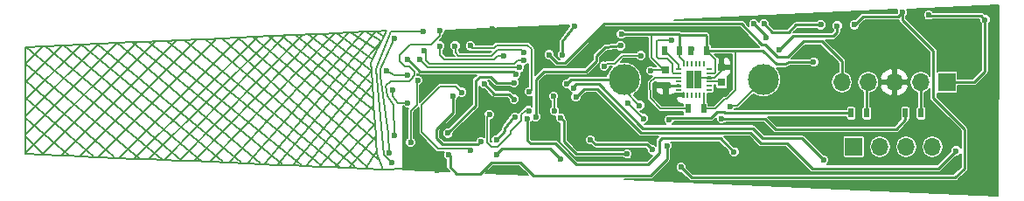
<source format=gbr>
G04 #@! TF.FileFunction,Copper,L2,Bot,Signal*
%FSLAX46Y46*%
G04 Gerber Fmt 4.6, Leading zero omitted, Abs format (unit mm)*
G04 Created by KiCad (PCBNEW 4.0.6) date 09/09/17 21:27:57*
%MOMM*%
%LPD*%
G01*
G04 APERTURE LIST*
%ADD10C,0.100000*%
%ADD11C,3.000000*%
%ADD12R,0.750000X0.800000*%
%ADD13R,1.700000X1.700000*%
%ADD14O,1.700000X1.700000*%
%ADD15R,0.500000X0.900000*%
%ADD16R,0.200000X0.550000*%
%ADD17R,0.550000X0.200000*%
%ADD18R,0.800000X0.875000*%
%ADD19C,0.600000*%
%ADD20C,0.152400*%
%ADD21C,0.250000*%
%ADD22C,0.203200*%
%ADD23C,0.152000*%
G04 APERTURE END LIST*
D10*
D11*
X161770000Y-69500000D03*
X175230000Y-69500000D03*
D12*
X165800000Y-70050000D03*
X165800000Y-68550000D03*
X171196000Y-68274500D03*
X171196000Y-69774500D03*
D13*
X193000000Y-69750000D03*
D14*
X190460000Y-69750000D03*
X187920000Y-69750000D03*
X185380000Y-69750000D03*
X182840000Y-69750000D03*
D13*
X184000000Y-76000000D03*
D14*
X186540000Y-76000000D03*
X189080000Y-76000000D03*
X191620000Y-76000000D03*
D15*
X189000000Y-72750000D03*
X190500000Y-72750000D03*
X183750000Y-72750000D03*
X185250000Y-72750000D03*
X169450000Y-72300000D03*
X167950000Y-72300000D03*
X169750000Y-66700000D03*
X168250000Y-66700000D03*
X167150000Y-66700000D03*
X165650000Y-66700000D03*
D16*
X167500000Y-68000000D03*
X167900000Y-68000000D03*
X168300000Y-68000000D03*
X168700000Y-68000000D03*
X169100000Y-68000000D03*
X169500000Y-68000000D03*
D17*
X170000000Y-68500000D03*
X170000000Y-68900000D03*
X170000000Y-69300000D03*
X170000000Y-69700000D03*
X170000000Y-70100000D03*
X170000000Y-70500000D03*
D16*
X169500000Y-71000000D03*
X169100000Y-71000000D03*
X168700000Y-71000000D03*
X168300000Y-71000000D03*
X167900000Y-71000000D03*
X167500000Y-71000000D03*
D17*
X167000000Y-70500000D03*
X167000000Y-70100000D03*
X167000000Y-69700000D03*
X167000000Y-69300000D03*
X167000000Y-68900000D03*
X167000000Y-68500000D03*
D18*
X168900000Y-69935000D03*
X168100000Y-69935000D03*
X168900000Y-69065000D03*
X168100000Y-69065000D03*
D19*
X172021500Y-72136000D03*
X163258500Y-72009000D03*
X156200000Y-69900000D03*
X151100000Y-69800000D03*
X144700000Y-74700000D03*
X182400000Y-64300000D03*
X176800000Y-66600000D03*
X163703000Y-71374000D03*
X164973000Y-73342500D03*
X143700500Y-78295500D03*
X171196000Y-68084000D03*
X165798500Y-70866000D03*
X195400000Y-68200000D03*
X170325000Y-78000000D03*
X150939500Y-72390000D03*
X149000000Y-64600000D03*
X153400000Y-67000000D03*
X157300000Y-67900000D03*
X160200000Y-67200000D03*
X156500000Y-73200000D03*
X149400000Y-78250000D03*
X151000000Y-78400000D03*
X160300000Y-73300000D03*
X161950000Y-74700000D03*
X174000000Y-77200000D03*
X175050000Y-74000000D03*
X176800000Y-63800000D03*
X179800000Y-66500000D03*
X191200000Y-64800000D03*
X193475000Y-64000000D03*
X164338000Y-68643500D03*
X162115500Y-71755000D03*
X163639500Y-73279000D03*
X146875500Y-76390500D03*
X146050000Y-70739000D03*
X161500000Y-65100000D03*
X180100000Y-67800000D03*
X149400000Y-76750000D03*
X155600000Y-77200000D03*
X191250000Y-63250000D03*
X196700000Y-63700000D03*
X156950000Y-64300000D03*
X155800000Y-67100000D03*
X167275000Y-78000000D03*
X184050000Y-64200000D03*
X188700000Y-63000000D03*
X154500000Y-67100000D03*
X158500000Y-75350000D03*
X164500000Y-76300000D03*
X171200000Y-73300000D03*
X155600000Y-73200000D03*
X162052000Y-76708000D03*
X166100000Y-73400000D03*
X168338500Y-66548000D03*
X166370000Y-65722500D03*
X165671500Y-66675000D03*
X163385500Y-67183000D03*
X159829500Y-68199000D03*
X151638000Y-68326000D03*
X141986000Y-67564000D03*
X140800000Y-67550000D03*
X151300000Y-69000000D03*
X148717000Y-72898000D03*
X152527000Y-72517000D03*
X155003500Y-72517000D03*
X154940000Y-71120000D03*
X152590500Y-70675500D03*
X146875500Y-66230500D03*
X145400000Y-66250000D03*
X152082500Y-66865500D03*
X152019000Y-67627500D03*
X142367000Y-66738500D03*
X143900000Y-66250000D03*
X150114000Y-67183000D03*
X148200000Y-69900000D03*
X151100000Y-71400000D03*
X147900000Y-75500000D03*
X145200000Y-71100000D03*
X149400000Y-75350000D03*
X151193500Y-73152000D03*
X193900000Y-76400000D03*
X157100000Y-71200000D03*
X156900000Y-70300000D03*
X181100000Y-77300000D03*
X165900000Y-75900000D03*
X144800000Y-76800000D03*
X175300000Y-64100000D03*
X180800000Y-64200000D03*
X174300000Y-64100000D03*
X161417000Y-66230500D03*
X153200000Y-73100000D03*
X175500000Y-65400000D03*
X152400000Y-73279000D03*
X172400000Y-76500000D03*
X140800000Y-69050000D03*
X138770360Y-68676520D03*
X140800000Y-71750000D03*
X139374880Y-70485000D03*
X139019280Y-76575920D03*
X139532360Y-65532000D03*
X142300000Y-64850000D03*
X139242800Y-77551280D03*
X143900000Y-64750000D03*
X139491720Y-74945240D03*
X141091920Y-75585320D03*
X141787880Y-69565520D03*
D20*
X138317303Y-78187837D02*
X140604240Y-78160880D01*
X137747465Y-64821116D02*
X138419840Y-65288160D01*
X136694786Y-64868493D02*
X138222552Y-65798850D01*
X135313994Y-64930637D02*
X137834123Y-66632205D01*
X137834123Y-66632205D02*
X137834123Y-66632206D01*
X133948005Y-64992114D02*
X137390517Y-67512146D01*
X132569951Y-65054134D02*
X137275310Y-68611159D01*
X131126496Y-65119098D02*
X137366001Y-69883726D01*
X137366001Y-69883726D02*
X137366001Y-69883732D01*
X129946668Y-65172197D02*
X137473912Y-71397963D01*
X137473912Y-71397963D02*
X137473912Y-71397967D01*
X128580857Y-65233667D02*
X137555808Y-72547149D01*
X127299178Y-65291350D02*
X137564401Y-73905967D01*
X125806851Y-65358514D02*
X137762554Y-75448262D01*
X137762554Y-75448262D02*
X137762554Y-75448267D01*
X136690554Y-78118126D02*
X137749280Y-76484480D01*
X124329278Y-65425013D02*
X137932160Y-77236320D01*
X122831704Y-65492413D02*
X137017760Y-78049120D01*
X121230581Y-65564473D02*
X135722360Y-77978000D01*
X119217492Y-65655074D02*
X134279732Y-78014815D01*
X135149282Y-78052078D02*
X137730926Y-75004449D01*
X137730926Y-75004449D02*
X137730926Y-75004455D01*
X133725795Y-77991077D02*
X137564401Y-73905967D01*
X137564401Y-73905967D02*
X137646422Y-73818679D01*
X137646422Y-73818679D02*
X137646422Y-73818673D01*
X132260222Y-77928273D02*
X137521819Y-72070214D01*
X137521819Y-72070214D02*
X137521819Y-72070211D01*
X131000953Y-77874310D02*
X137376626Y-70032831D01*
X137376626Y-70032831D02*
X137376626Y-70032825D01*
X129700249Y-77818571D02*
X137275310Y-68611159D01*
X137275310Y-68611159D02*
X137275312Y-68611157D01*
X137275312Y-68611157D02*
X137275312Y-68611161D01*
X128178173Y-77753346D02*
X138222552Y-65798850D01*
X138222552Y-65798850D02*
X138301783Y-65704552D01*
X138301783Y-65704552D02*
X138301784Y-65704551D01*
X138301784Y-65704551D02*
X138301784Y-65704550D01*
X126979680Y-77622400D02*
X137688320Y-64922400D01*
X125291938Y-77629662D02*
X136469120Y-64963040D01*
X123501841Y-77552951D02*
X135146253Y-64938186D01*
X121615545Y-77472118D02*
X133746451Y-65001185D01*
X120110275Y-77407613D02*
X132019040Y-65166240D01*
X118728440Y-77348397D02*
X130661530Y-65140024D01*
X117267213Y-77285779D02*
X129022611Y-65213785D01*
X115722247Y-77219573D02*
X127834815Y-65267244D01*
X127834815Y-65267244D02*
X127834816Y-65267243D01*
X114256674Y-77156769D02*
X126346508Y-65334226D01*
X117529778Y-65731031D02*
X132445760Y-77825600D01*
X115764599Y-65810474D02*
X130576320Y-77764640D01*
X114158913Y-65882739D02*
X128645920Y-77683360D01*
X112674400Y-65979040D02*
X126573280Y-77602080D01*
X110782100Y-66118740D02*
X124703840Y-77500480D01*
X109164120Y-66136520D02*
X122937415Y-77454381D01*
X107544433Y-66180428D02*
X120859742Y-77422154D01*
X105752358Y-66261082D02*
X118935645Y-77337375D01*
X103909536Y-66344020D02*
X117089787Y-77260860D01*
X103822500Y-67940125D02*
X114852580Y-77167437D01*
X103845360Y-69702680D02*
X112349280Y-76977240D01*
X103776463Y-71302903D02*
X110403717Y-76980549D01*
X103779216Y-73177696D02*
X108031271Y-76889991D01*
X103784140Y-74869300D02*
X103784140Y-75028850D01*
X103784140Y-75028850D02*
X105477285Y-76721995D01*
X112764370Y-77092819D02*
X112873781Y-77092819D01*
X112873781Y-77092819D02*
X124551592Y-65415008D01*
X110809765Y-77009058D02*
X110809765Y-77002915D01*
X110809765Y-77002915D02*
X122209560Y-65603120D01*
X109078270Y-76934858D02*
X109078270Y-76920850D01*
X109078270Y-76920850D02*
X120397137Y-65601983D01*
X107234133Y-76855831D02*
X107268769Y-76855831D01*
X107268769Y-76855831D02*
X118434277Y-65690323D01*
X105477285Y-76780545D02*
X105477285Y-76721995D01*
X105477285Y-76721995D02*
X116418223Y-65781057D01*
X103784094Y-76499614D02*
X103784273Y-76621707D01*
X103784273Y-76621707D02*
X114604306Y-65862694D01*
X103781700Y-74869300D02*
X103784140Y-74869300D01*
X103784140Y-74869300D02*
X112674400Y-65979040D01*
X112674400Y-65979040D02*
X112705279Y-65948161D01*
X103779066Y-73075546D02*
X103825294Y-73075546D01*
X103825294Y-73075546D02*
X110782100Y-66118740D01*
X110782100Y-66118740D02*
X110870085Y-66030755D01*
X103776717Y-71475877D02*
X103824763Y-71475877D01*
X103824763Y-71475877D02*
X109164120Y-66136520D01*
X109164120Y-66136520D02*
X109194473Y-66106167D01*
X103774203Y-69763843D02*
X103784197Y-69763843D01*
X103784197Y-69763843D02*
X103845360Y-69702680D01*
X103845360Y-69702680D02*
X107359279Y-66188761D01*
X103771525Y-67940125D02*
X103822500Y-67940125D01*
X103822500Y-67940125D02*
X103774035Y-67940125D01*
X103774035Y-67940125D02*
X105438974Y-66275186D01*
X103784400Y-76708000D02*
X105477285Y-76780545D01*
X105477285Y-76780545D02*
X107234133Y-76855831D01*
X107234133Y-76855831D02*
X108031271Y-76889991D01*
X108031271Y-76889991D02*
X109078270Y-76934858D01*
X109078270Y-76934858D02*
X110809765Y-77009058D01*
X110809765Y-77009058D02*
X112764370Y-77092819D01*
X112764370Y-77092819D02*
X114256674Y-77156769D01*
X114256674Y-77156769D02*
X115722247Y-77219573D01*
X115722247Y-77219573D02*
X117267213Y-77285779D01*
X117267213Y-77285779D02*
X118728440Y-77348397D01*
X118728440Y-77348397D02*
X120110275Y-77407613D01*
X120110275Y-77407613D02*
X121615545Y-77472118D01*
X121615545Y-77472118D02*
X123501841Y-77552951D01*
X123501841Y-77552951D02*
X125291938Y-77629662D01*
X125291938Y-77629662D02*
X128178173Y-77753346D01*
X128178173Y-77753346D02*
X129700249Y-77818571D01*
X129700249Y-77818571D02*
X131000953Y-77874310D01*
X131000953Y-77874310D02*
X132260222Y-77928273D01*
X132260222Y-77928273D02*
X133725795Y-77991077D01*
X133725795Y-77991077D02*
X134279732Y-78014815D01*
X134279732Y-78014815D02*
X135149282Y-78052078D01*
X135149282Y-78052078D02*
X136690554Y-78118126D01*
X136690554Y-78118126D02*
X138235610Y-78184336D01*
X138235610Y-78184336D02*
X138317303Y-78187837D01*
X138317303Y-78187837D02*
X138399520Y-78191360D01*
X138399520Y-78191360D02*
X137850880Y-76687680D01*
X137850880Y-76687680D02*
X137762554Y-75448267D01*
X137762554Y-75448267D02*
X137730926Y-75004455D01*
X137730926Y-75004455D02*
X137646422Y-73818673D01*
X137646422Y-73818673D02*
X137521819Y-72070211D01*
X137521819Y-72070211D02*
X137473912Y-71397967D01*
X137473912Y-71397967D02*
X137376626Y-70032825D01*
X137376626Y-70032825D02*
X137366001Y-69883732D01*
X137366001Y-69883732D02*
X137275312Y-68611161D01*
X137275312Y-68611161D02*
X137220960Y-67848480D01*
X137220960Y-67848480D02*
X137390517Y-67512146D01*
X137390517Y-67512146D02*
X137834123Y-66632206D01*
X137834123Y-66632206D02*
X138301784Y-65704550D01*
X138301784Y-65704550D02*
X138770360Y-64775080D01*
X138770360Y-64775080D02*
X137747465Y-64821116D01*
X137747465Y-64821116D02*
X136694786Y-64868493D01*
X136694786Y-64868493D02*
X135313994Y-64930637D01*
X135313994Y-64930637D02*
X135146253Y-64938186D01*
X135146253Y-64938186D02*
X133948005Y-64992114D01*
X133948005Y-64992114D02*
X133746451Y-65001185D01*
X133746451Y-65001185D02*
X132569951Y-65054134D01*
X132569951Y-65054134D02*
X131126496Y-65119098D01*
X131126496Y-65119098D02*
X130661530Y-65140024D01*
X130661530Y-65140024D02*
X129946668Y-65172197D01*
X129946668Y-65172197D02*
X129022611Y-65213785D01*
X129022611Y-65213785D02*
X128580857Y-65233667D01*
X128580857Y-65233667D02*
X127834816Y-65267243D01*
X127834816Y-65267243D02*
X127299178Y-65291350D01*
X127299178Y-65291350D02*
X126346508Y-65334226D01*
X126346508Y-65334226D02*
X125806851Y-65358514D01*
X125806851Y-65358514D02*
X124551592Y-65415008D01*
X124551592Y-65415008D02*
X124329278Y-65425013D01*
X124329278Y-65425013D02*
X122831704Y-65492413D01*
X122831704Y-65492413D02*
X121230581Y-65564473D01*
X121230581Y-65564473D02*
X120397137Y-65601983D01*
X120397137Y-65601983D02*
X119217492Y-65655074D01*
X119217492Y-65655074D02*
X118434277Y-65690323D01*
X118434277Y-65690323D02*
X117529778Y-65731031D01*
X117529778Y-65731031D02*
X116418223Y-65781057D01*
X116418223Y-65781057D02*
X115764599Y-65810474D01*
X115764599Y-65810474D02*
X114604306Y-65862694D01*
X114604306Y-65862694D02*
X114158913Y-65882739D01*
X114158913Y-65882739D02*
X112705279Y-65948161D01*
X112705279Y-65948161D02*
X110870085Y-66030755D01*
X110870085Y-66030755D02*
X109194473Y-66106167D01*
X109194473Y-66106167D02*
X107544433Y-66180428D01*
X107544433Y-66180428D02*
X107359279Y-66188761D01*
X107359279Y-66188761D02*
X105752358Y-66261082D01*
X105752358Y-66261082D02*
X105438974Y-66275186D01*
X105438974Y-66275186D02*
X103909536Y-66344020D01*
X103909536Y-66344020D02*
X103779320Y-66349880D01*
X103769160Y-66329560D02*
X103771525Y-67940125D01*
X103771525Y-67940125D02*
X103774203Y-69763843D01*
X103774203Y-69763843D02*
X103776463Y-71302903D01*
X103776463Y-71302903D02*
X103776717Y-71475877D01*
X103776717Y-71475877D02*
X103779066Y-73075546D01*
X103779066Y-73075546D02*
X103779216Y-73177696D01*
X103779216Y-73177696D02*
X103781700Y-74869300D01*
X103781700Y-74869300D02*
X103784094Y-76499614D01*
X103784094Y-76499614D02*
X103784400Y-76708000D01*
X161770000Y-69500000D02*
X161770000Y-70520500D01*
X161770000Y-70520500D02*
X163258500Y-72009000D01*
X172721000Y-72009000D02*
X175230000Y-69500000D01*
X172148500Y-72009000D02*
X172721000Y-72009000D01*
X172021500Y-72136000D02*
X172148500Y-72009000D01*
D21*
X156600000Y-69500000D02*
X161770000Y-69500000D01*
X156200000Y-69900000D02*
X156600000Y-69500000D01*
X149400000Y-69800000D02*
X151100000Y-69800000D01*
X148800000Y-69200000D02*
X149400000Y-69800000D01*
X147800000Y-69200000D02*
X148800000Y-69200000D01*
X147400000Y-69600000D02*
X147800000Y-69200000D01*
X147400000Y-72000000D02*
X147400000Y-69600000D01*
X144700000Y-74700000D02*
X147400000Y-72000000D01*
X182400000Y-64900000D02*
X182400000Y-64300000D01*
X182000000Y-65300000D02*
X182400000Y-64900000D01*
X178100000Y-65300000D02*
X182000000Y-65300000D01*
X176800000Y-66600000D02*
X178100000Y-65300000D01*
D20*
X170000000Y-69300000D02*
X169135000Y-69300000D01*
X169135000Y-69300000D02*
X168900000Y-69065000D01*
X170000000Y-69300000D02*
X170525490Y-69300000D01*
X170525490Y-69300000D02*
X171196000Y-68629490D01*
X171196000Y-68629490D02*
X171196000Y-68274500D01*
X164020500Y-72390000D02*
X164973000Y-73342500D01*
X164020500Y-72390000D02*
X164020500Y-71691500D01*
X164020500Y-71691500D02*
X163703000Y-71374000D01*
X143700500Y-78295500D02*
X143700500Y-78232000D01*
X165800000Y-70050000D02*
X166506500Y-70050000D01*
X166556500Y-70100000D02*
X167000000Y-70100000D01*
X166506500Y-70050000D02*
X166556500Y-70100000D01*
X165800000Y-70050000D02*
X165800000Y-70864500D01*
X165800000Y-70864500D02*
X165798500Y-70866000D01*
D21*
X191200000Y-64800000D02*
X191200000Y-65100000D01*
X194300000Y-68200000D02*
X195400000Y-68200000D01*
X191200000Y-65100000D02*
X194300000Y-68200000D01*
X170325000Y-78000000D02*
X170300000Y-78000000D01*
X149400000Y-78250000D02*
X149400000Y-78200000D01*
X161950000Y-74700000D02*
X162000000Y-74700000D01*
X175050000Y-74000000D02*
X175100000Y-74000000D01*
X191300000Y-64800000D02*
X191200000Y-64800000D01*
X193475000Y-64000000D02*
X193500000Y-64000000D01*
D20*
X169450000Y-72300000D02*
X170587500Y-72300000D01*
X172529500Y-70548500D02*
X172529500Y-66700000D01*
X171704000Y-71374000D02*
X172529500Y-70548500D01*
X171513500Y-71374000D02*
X171704000Y-71374000D01*
X170587500Y-72300000D02*
X171513500Y-71374000D01*
X164431500Y-68550000D02*
X165800000Y-68550000D01*
X164338000Y-68643500D02*
X164431500Y-68550000D01*
X163639500Y-73279000D02*
X162115500Y-71755000D01*
D22*
X146875500Y-76390500D02*
X146685000Y-76200000D01*
X146685000Y-76200000D02*
X143764000Y-76200000D01*
X143764000Y-76200000D02*
X142176500Y-74612500D01*
X142176500Y-74612500D02*
X142176500Y-71945500D01*
X142176500Y-71945500D02*
X143954500Y-70167500D01*
X143954500Y-70167500D02*
X145478500Y-70167500D01*
X145478500Y-70167500D02*
X146050000Y-70739000D01*
D20*
X165800000Y-68550000D02*
X165578000Y-68550000D01*
X165578000Y-68550000D02*
X164400000Y-67372000D01*
X164400000Y-67372000D02*
X164400000Y-65100000D01*
X170000000Y-68900000D02*
X170495000Y-68900000D01*
X170495000Y-68900000D02*
X170561000Y-68834000D01*
X170561000Y-68834000D02*
X170561000Y-67511000D01*
X170561000Y-67511000D02*
X169750000Y-66700000D01*
X169500000Y-71000000D02*
X169500000Y-72250000D01*
X169500000Y-72250000D02*
X169450000Y-72300000D01*
X167500000Y-68000000D02*
X167500000Y-67678000D01*
X167150000Y-67328000D02*
X167150000Y-66700000D01*
X167500000Y-67678000D02*
X167150000Y-67328000D01*
D21*
X169750000Y-66700000D02*
X169750000Y-65250000D01*
X169650000Y-65150000D02*
X167150000Y-65150000D01*
X169750000Y-65250000D02*
X169650000Y-65150000D01*
X161500000Y-65100000D02*
X164400000Y-65100000D01*
X164400000Y-65100000D02*
X167100000Y-65100000D01*
X167100000Y-65100000D02*
X167150000Y-65150000D01*
X167150000Y-65150000D02*
X167150000Y-66700000D01*
X180100000Y-67800000D02*
X177700000Y-67800000D01*
X177700000Y-67800000D02*
X177398595Y-67997860D01*
X177398595Y-67997860D02*
X176500000Y-68000000D01*
X176500000Y-68000000D02*
X175200000Y-66700000D01*
X175200000Y-66700000D02*
X172529500Y-66700000D01*
X172529500Y-66700000D02*
X169750000Y-66700000D01*
X154600000Y-76200000D02*
X155600000Y-77200000D01*
X149900000Y-76200000D02*
X154600000Y-76200000D01*
X149400000Y-76700000D02*
X149900000Y-76200000D01*
X149400000Y-76750000D02*
X149400000Y-76700000D01*
X196700000Y-63700000D02*
X196700000Y-68700000D01*
X195650000Y-69750000D02*
X193000000Y-69750000D01*
X196700000Y-68700000D02*
X195650000Y-69750000D01*
X196300000Y-63300000D02*
X196700000Y-63700000D01*
X191300000Y-63300000D02*
X196300000Y-63300000D01*
X191300000Y-63300000D02*
X191250000Y-63250000D01*
X155800000Y-65800000D02*
X155800000Y-67100000D01*
X156900000Y-64300000D02*
X155800000Y-65800000D01*
X156950000Y-64300000D02*
X156900000Y-64300000D01*
X188700000Y-63700000D02*
X188700000Y-63000000D01*
X191700000Y-66700000D02*
X188700000Y-63700000D01*
X191700000Y-71300000D02*
X191700000Y-66700000D01*
X194700000Y-74300000D02*
X191700000Y-71300000D01*
X194700000Y-78100000D02*
X194700000Y-74300000D01*
X193800000Y-79000000D02*
X194700000Y-78100000D01*
X168275000Y-79000000D02*
X193800000Y-79000000D01*
X167275000Y-78000000D02*
X168275000Y-79000000D01*
X184100000Y-64200000D02*
X184050000Y-64200000D01*
X184100000Y-64200000D02*
X184900000Y-63400000D01*
X184900000Y-63400000D02*
X188300000Y-63400000D01*
X188300000Y-63400000D02*
X188700000Y-63000000D01*
D20*
X170000000Y-69700000D02*
X171080000Y-69700000D01*
X171080000Y-69700000D02*
X171196000Y-69584000D01*
D21*
X190500000Y-72750000D02*
X190500000Y-69790000D01*
X190500000Y-69790000D02*
X190460000Y-69750000D01*
X185250000Y-72750000D02*
X185250000Y-69880000D01*
X185250000Y-69880000D02*
X185380000Y-69750000D01*
X182840000Y-67740000D02*
X182840000Y-69750000D01*
X180900000Y-65800000D02*
X182840000Y-67740000D01*
X179100000Y-65800000D02*
X180900000Y-65800000D01*
X177600000Y-67300000D02*
X179100000Y-65800000D01*
X176600000Y-67300000D02*
X177600000Y-67300000D01*
X175400000Y-66100000D02*
X176600000Y-67300000D01*
X175100000Y-66100000D02*
X175400000Y-66100000D01*
X173100000Y-64100000D02*
X175100000Y-66100000D01*
X159800000Y-64100000D02*
X173100000Y-64100000D01*
X156000000Y-67900000D02*
X159800000Y-64100000D01*
X155300000Y-67900000D02*
X156000000Y-67900000D01*
X154500000Y-67100000D02*
X155300000Y-67900000D01*
X182840000Y-69750000D02*
X182840000Y-69240000D01*
X164000000Y-75800000D02*
X164500000Y-76300000D01*
X159000000Y-75800000D02*
X164000000Y-75800000D01*
X158500000Y-75300000D02*
X159000000Y-75800000D01*
X158500000Y-75300000D02*
X158500000Y-75350000D01*
X189000000Y-72750000D02*
X189000000Y-73400000D01*
X175400000Y-73300000D02*
X171200000Y-73300000D01*
X176400000Y-74300000D02*
X175400000Y-73300000D01*
X188100000Y-74300000D02*
X176400000Y-74300000D01*
X189000000Y-73400000D02*
X188100000Y-74300000D01*
X183750000Y-72750000D02*
X171550000Y-72750000D01*
X155900000Y-73500000D02*
X155600000Y-73200000D01*
X155900000Y-75500000D02*
X155900000Y-73500000D01*
X157100000Y-76700000D02*
X155900000Y-75500000D01*
X160900000Y-76700000D02*
X157100000Y-76700000D01*
X162052000Y-76708000D02*
X160900000Y-76700000D01*
X166300000Y-73200000D02*
X166100000Y-73400000D01*
X170200000Y-73200000D02*
X166300000Y-73200000D01*
X170800000Y-72600000D02*
X170200000Y-73200000D01*
X171400000Y-72600000D02*
X170800000Y-72600000D01*
X171550000Y-72750000D02*
X171400000Y-72600000D01*
D20*
X167950000Y-72300000D02*
X165264000Y-72300000D01*
X164761000Y-69300000D02*
X167000000Y-69300000D01*
X164274500Y-69786500D02*
X164761000Y-69300000D01*
X164293767Y-71311059D02*
X164274500Y-69786500D01*
X165264000Y-72300000D02*
X164293767Y-71311059D01*
X167000000Y-68900000D02*
X166563000Y-68900000D01*
X168338500Y-66548000D02*
X168250000Y-66636500D01*
X164973000Y-65722500D02*
X166370000Y-65722500D01*
X164909500Y-65786000D02*
X164973000Y-65722500D01*
X164909500Y-67310000D02*
X164909500Y-65786000D01*
X165100000Y-67500500D02*
X164909500Y-67310000D01*
X165925500Y-67500500D02*
X165100000Y-67500500D01*
X166433500Y-68008500D02*
X165925500Y-67500500D01*
X166433500Y-68770500D02*
X166433500Y-68008500D01*
X166563000Y-68900000D02*
X166433500Y-68770500D01*
X168250000Y-66636500D02*
X168250000Y-66700000D01*
X165671500Y-66675000D02*
X165650000Y-66696500D01*
X163385500Y-67183000D02*
X163385500Y-67183000D01*
X161607500Y-67183000D02*
X163385500Y-67183000D01*
X160845500Y-67945000D02*
X161607500Y-67183000D01*
X160083500Y-67945000D02*
X160845500Y-67945000D01*
X159829500Y-68199000D02*
X160083500Y-67945000D01*
X165650000Y-66696500D02*
X165650000Y-66700000D01*
X165650000Y-66700000D02*
X165650000Y-66717000D01*
X165650000Y-66717000D02*
X167000000Y-68067000D01*
X167000000Y-68067000D02*
X167000000Y-68500000D01*
D22*
X151633398Y-68321398D02*
X151638000Y-68326000D01*
X142743398Y-68321398D02*
X151633398Y-68321398D01*
X141986000Y-67564000D02*
X142743398Y-68321398D01*
D21*
X151000000Y-68700000D02*
X151300000Y-69000000D01*
X142000000Y-68700000D02*
X151000000Y-68700000D01*
X140800000Y-67500000D02*
X142000000Y-68700000D01*
X140800000Y-67500000D02*
X140800000Y-67550000D01*
D22*
X150812500Y-74485500D02*
X151828500Y-73469500D01*
X148717000Y-72898000D02*
X148526500Y-73088500D01*
X148526500Y-73088500D02*
X148526500Y-75628500D01*
X148526500Y-75628500D02*
X148913788Y-76015788D01*
X148913788Y-76015788D02*
X149536212Y-76015788D01*
X149536212Y-76015788D02*
X150812500Y-74739500D01*
X150812500Y-74739500D02*
X150812500Y-74485500D01*
X152209500Y-72517000D02*
X152527000Y-72517000D01*
X151828500Y-72898000D02*
X152209500Y-72517000D01*
X151828500Y-73469500D02*
X151828500Y-72898000D01*
X155003500Y-71183500D02*
X155003500Y-72517000D01*
X154940000Y-71120000D02*
X155003500Y-71183500D01*
X152781000Y-70485000D02*
X152590500Y-70675500D01*
X152781000Y-66548000D02*
X152781000Y-70485000D01*
X152400000Y-66167000D02*
X152781000Y-66548000D01*
X149415500Y-66167000D02*
X152400000Y-66167000D01*
X149161500Y-66421000D02*
X149415500Y-66167000D01*
X147066000Y-66421000D02*
X149161500Y-66421000D01*
X146875500Y-66230500D02*
X147066000Y-66421000D01*
X151828500Y-66611500D02*
X152082500Y-66865500D01*
X149479000Y-66611500D02*
X151828500Y-66611500D01*
X148907500Y-67183000D02*
X149479000Y-66611500D01*
X145732500Y-67183000D02*
X148907500Y-67183000D01*
X145415000Y-66865500D02*
X145732500Y-67183000D01*
X145415000Y-66235000D02*
X145415000Y-66865500D01*
X145415000Y-66235000D02*
X145400000Y-66250000D01*
X151447500Y-67627500D02*
X152019000Y-67627500D01*
X151108804Y-67966196D02*
X151447500Y-67627500D01*
X142890528Y-67966196D02*
X151108804Y-67966196D01*
X142557500Y-67633168D02*
X142890528Y-67966196D01*
X142557500Y-66929000D02*
X142557500Y-67633168D01*
X142367000Y-66738500D02*
X142557500Y-66929000D01*
X150114000Y-67183000D02*
X149542500Y-67183000D01*
X149161500Y-67564000D02*
X149542500Y-67183000D01*
X144335500Y-67564000D02*
X149161500Y-67564000D01*
X143891000Y-67119500D02*
X144335500Y-67564000D01*
X143891000Y-66259000D02*
X143891000Y-67119500D01*
X143891000Y-66259000D02*
X143900000Y-66250000D01*
D21*
X149200000Y-70900000D02*
X148200000Y-69900000D01*
X150600000Y-70900000D02*
X149200000Y-70900000D01*
X151100000Y-71400000D02*
X150600000Y-70900000D01*
X147900000Y-75500000D02*
X147600000Y-75800000D01*
X147600000Y-75800000D02*
X144200000Y-75800000D01*
X144200000Y-75800000D02*
X143600000Y-75200000D01*
X143600000Y-75200000D02*
X143600000Y-74300000D01*
X143600000Y-74300000D02*
X145200000Y-72700000D01*
X145200000Y-72700000D02*
X145200000Y-71100000D01*
X150993500Y-73152000D02*
X151193500Y-73152000D01*
X150200000Y-74200000D02*
X150993500Y-73152000D01*
X150200000Y-74500000D02*
X150200000Y-74200000D01*
X149400000Y-75300000D02*
X150200000Y-74500000D01*
X149400000Y-75300000D02*
X149400000Y-75350000D01*
X163413604Y-74650002D02*
X174013604Y-74650002D01*
X192200000Y-78100000D02*
X193900000Y-76400000D01*
X180000000Y-78100000D02*
X192200000Y-78100000D01*
X177550002Y-75650002D02*
X180000000Y-78100000D01*
X175013604Y-75650002D02*
X177550002Y-75650002D01*
X174013604Y-74650002D02*
X175013604Y-75650002D01*
X159163606Y-70400004D02*
X163413604Y-74650002D01*
X157899996Y-70400004D02*
X159163606Y-70400004D01*
X157100000Y-71200000D02*
X157899996Y-70400004D01*
X163600000Y-74200000D02*
X174200000Y-74200000D01*
X159350002Y-69950002D02*
X163600000Y-74200000D01*
X157149998Y-69950002D02*
X159350002Y-69950002D01*
X156900000Y-70200000D02*
X157149998Y-69950002D01*
X156900000Y-70300000D02*
X156900000Y-70200000D01*
X179000000Y-75200000D02*
X181100000Y-77300000D01*
X175200000Y-75200000D02*
X179000000Y-75200000D01*
X174200000Y-74200000D02*
X175200000Y-75200000D01*
X181000000Y-77300000D02*
X181100000Y-77300000D01*
X165900000Y-77200000D02*
X165900000Y-75900000D01*
X164300000Y-78800000D02*
X165900000Y-77200000D01*
X153000000Y-78800000D02*
X164300000Y-78800000D01*
X151700000Y-77500000D02*
X153000000Y-78800000D01*
X148900000Y-77500000D02*
X151700000Y-77500000D01*
X147800000Y-78600000D02*
X148900000Y-77500000D01*
X145500000Y-78600000D02*
X147800000Y-78600000D01*
X144900000Y-78000000D02*
X145500000Y-78600000D01*
X144900000Y-76900000D02*
X144900000Y-78000000D01*
X144800000Y-76800000D02*
X144900000Y-76900000D01*
X175300000Y-64100000D02*
X176100000Y-64900000D01*
X176100000Y-64900000D02*
X177700000Y-64900000D01*
X177700000Y-64900000D02*
X178400000Y-64200000D01*
X178400000Y-64200000D02*
X180800000Y-64200000D01*
X174300000Y-64100000D02*
X175500000Y-65300000D01*
X159900000Y-66400000D02*
X161417000Y-66230500D01*
X159100000Y-67200000D02*
X159900000Y-66400000D01*
X159100000Y-67700000D02*
X159100000Y-67200000D01*
X158100000Y-68700000D02*
X159100000Y-67700000D01*
X154000000Y-68700000D02*
X158100000Y-68700000D01*
X153200000Y-69500000D02*
X154000000Y-68700000D01*
X153200000Y-73100000D02*
X153200000Y-69500000D01*
X175500000Y-65300000D02*
X175500000Y-65400000D01*
X152400000Y-75400000D02*
X152400000Y-73279000D01*
X152700000Y-75700000D02*
X152400000Y-75400000D01*
X155100000Y-75700000D02*
X152700000Y-75700000D01*
X157100000Y-77700000D02*
X155100000Y-75700000D01*
X164100000Y-77700000D02*
X157100000Y-77700000D01*
X165200000Y-76600000D02*
X164100000Y-77700000D01*
X165200000Y-75400000D02*
X165200000Y-76600000D01*
X165400000Y-75200000D02*
X165200000Y-75400000D01*
X171100000Y-75200000D02*
X165400000Y-75200000D01*
X172400000Y-76500000D02*
X171100000Y-75200000D01*
D20*
X139537360Y-69052360D02*
X138770360Y-68676520D01*
X140802360Y-69052360D02*
X139537360Y-69052360D01*
X140800000Y-69050000D02*
X140802360Y-69052360D01*
X139385040Y-71084440D02*
X139374880Y-70485000D01*
X139867640Y-71744840D02*
X139385040Y-71084440D01*
X140794840Y-71744840D02*
X139867640Y-71744840D01*
X140794840Y-71744840D02*
X140800000Y-71750000D01*
X138912618Y-74762658D02*
X139019280Y-76575920D01*
X138186160Y-69118480D02*
X138912618Y-74762658D01*
X138120120Y-68498720D02*
X138186160Y-69118480D01*
X139532360Y-65532000D02*
X138120120Y-68498720D01*
X139232640Y-77551280D02*
X139242800Y-77551280D01*
X138465560Y-76814680D02*
X139232640Y-77551280D01*
X137769600Y-68463160D02*
X138465560Y-76814680D01*
X139161520Y-64871600D02*
X137769600Y-68463160D01*
X142303800Y-64846200D02*
X139161520Y-64871600D01*
X142303800Y-64846200D02*
X142300000Y-64850000D01*
X139410440Y-71927720D02*
X139491720Y-74945240D01*
X138866880Y-71084440D02*
X139410440Y-71927720D01*
X138709400Y-70109080D02*
X138866880Y-71084440D01*
X139161520Y-69656960D02*
X138709400Y-70109080D01*
X140985240Y-69656960D02*
X139161520Y-69656960D01*
X141315440Y-69326760D02*
X140985240Y-69656960D01*
X141315440Y-69215000D02*
X141315440Y-69326760D01*
X141422120Y-69108320D02*
X141315440Y-69215000D01*
X141422120Y-68707000D02*
X141422120Y-69108320D01*
X140975080Y-68259960D02*
X141422120Y-68707000D01*
X140568680Y-68259960D02*
X140975080Y-68259960D01*
X140004800Y-67696080D02*
X140568680Y-68259960D01*
X140004800Y-67137280D02*
X140004800Y-67696080D01*
X141000480Y-66141600D02*
X140004800Y-67137280D01*
X143037560Y-66141600D02*
X141000480Y-66141600D01*
X143900320Y-65278840D02*
X143037560Y-66141600D01*
X143900320Y-64749680D02*
X143900320Y-65278840D01*
X143900320Y-64749680D02*
X143900000Y-64750000D01*
X141091920Y-72511920D02*
X141091920Y-75585320D01*
X141686280Y-71917560D02*
X141091920Y-72511920D01*
X141686280Y-69667120D02*
X141686280Y-71917560D01*
X141787880Y-69565520D02*
X141686280Y-69667120D01*
D23*
G36*
X197924425Y-80720654D02*
X161742976Y-79153000D01*
X164300000Y-79153000D01*
X164435087Y-79126129D01*
X164549609Y-79049609D01*
X166149606Y-77449611D01*
X166149609Y-77449609D01*
X166226129Y-77335087D01*
X166232017Y-77305486D01*
X166253001Y-77200000D01*
X166253000Y-77199995D01*
X166253000Y-76293670D01*
X166347356Y-76199478D01*
X166427908Y-76005486D01*
X166428091Y-75795435D01*
X166347878Y-75601303D01*
X166299659Y-75553000D01*
X170953782Y-75553000D01*
X171872025Y-76471242D01*
X171871909Y-76604565D01*
X171952122Y-76798697D01*
X172100522Y-76947356D01*
X172294514Y-77027908D01*
X172504565Y-77028091D01*
X172698697Y-76947878D01*
X172847356Y-76799478D01*
X172927908Y-76605486D01*
X172928091Y-76395435D01*
X172847878Y-76201303D01*
X172699478Y-76052644D01*
X172505486Y-75972092D01*
X172371192Y-75971975D01*
X171402220Y-75003002D01*
X173867386Y-75003002D01*
X174763993Y-75899608D01*
X174763995Y-75899611D01*
X174872198Y-75971909D01*
X174878517Y-75976131D01*
X175013604Y-76003003D01*
X175013609Y-76003002D01*
X177403784Y-76003002D01*
X179750389Y-78349606D01*
X179750391Y-78349609D01*
X179864913Y-78426129D01*
X180000000Y-78453000D01*
X192200000Y-78453000D01*
X192335087Y-78426129D01*
X192449609Y-78349609D01*
X193871243Y-76927975D01*
X194004565Y-76928091D01*
X194198697Y-76847878D01*
X194347000Y-76699833D01*
X194347000Y-77953782D01*
X193653782Y-78647000D01*
X168421217Y-78647000D01*
X167802975Y-78028757D01*
X167803091Y-77895435D01*
X167722878Y-77701303D01*
X167574478Y-77552644D01*
X167380486Y-77472092D01*
X167170435Y-77471909D01*
X166976303Y-77552122D01*
X166827644Y-77700522D01*
X166747092Y-77894514D01*
X166746909Y-78104565D01*
X166827122Y-78298697D01*
X166975522Y-78447356D01*
X167169514Y-78527908D01*
X167303807Y-78528025D01*
X168025389Y-79249606D01*
X168025391Y-79249609D01*
X168139913Y-79326129D01*
X168275000Y-79353001D01*
X168275005Y-79353000D01*
X193800000Y-79353000D01*
X193935087Y-79326129D01*
X194049609Y-79249609D01*
X194949609Y-78349609D01*
X195026129Y-78235087D01*
X195053000Y-78100000D01*
X195053000Y-74300005D01*
X195053001Y-74300000D01*
X195026129Y-74164913D01*
X195014159Y-74146999D01*
X194949609Y-74050391D01*
X194949606Y-74050389D01*
X192053000Y-71153782D01*
X192053000Y-70809670D01*
X192059558Y-70814151D01*
X192150000Y-70832466D01*
X193850000Y-70832466D01*
X193934491Y-70816568D01*
X194012092Y-70766633D01*
X194064151Y-70690442D01*
X194082466Y-70600000D01*
X194082466Y-70103000D01*
X195650000Y-70103000D01*
X195785087Y-70076129D01*
X195899609Y-69999609D01*
X196949609Y-68949609D01*
X197026129Y-68835087D01*
X197053000Y-68700000D01*
X197053000Y-64093670D01*
X197147356Y-63999478D01*
X197227908Y-63805486D01*
X197228091Y-63595435D01*
X197147878Y-63401303D01*
X196999478Y-63252644D01*
X196805486Y-63172092D01*
X196671193Y-63171975D01*
X196549609Y-63050391D01*
X196435087Y-62973871D01*
X196300000Y-62947000D01*
X191693582Y-62947000D01*
X191549478Y-62802644D01*
X191355486Y-62722092D01*
X191145435Y-62721909D01*
X190951303Y-62802122D01*
X190802644Y-62950522D01*
X190722092Y-63144514D01*
X190721909Y-63354565D01*
X190802122Y-63548697D01*
X190950522Y-63697356D01*
X191144514Y-63777908D01*
X191354565Y-63778091D01*
X191548697Y-63697878D01*
X191593653Y-63653000D01*
X196153782Y-63653000D01*
X196172025Y-63671243D01*
X196171909Y-63804565D01*
X196252122Y-63998697D01*
X196347000Y-64093741D01*
X196347000Y-68553782D01*
X195503782Y-69397000D01*
X194082466Y-69397000D01*
X194082466Y-68900000D01*
X194066568Y-68815509D01*
X194016633Y-68737908D01*
X193940442Y-68685849D01*
X193850000Y-68667534D01*
X192150000Y-68667534D01*
X192065509Y-68683432D01*
X192053000Y-68691481D01*
X192053000Y-66700005D01*
X192053001Y-66700000D01*
X192026129Y-66564913D01*
X192006200Y-66535087D01*
X191949609Y-66450391D01*
X191949606Y-66450389D01*
X189053000Y-63553782D01*
X189053000Y-63393670D01*
X189147356Y-63299478D01*
X189227908Y-63105486D01*
X189228091Y-62895435D01*
X189147878Y-62701303D01*
X189141162Y-62694575D01*
X198023571Y-62279653D01*
X197924425Y-80720654D01*
X197924425Y-80720654D01*
G37*
X197924425Y-80720654D02*
X161742976Y-79153000D01*
X164300000Y-79153000D01*
X164435087Y-79126129D01*
X164549609Y-79049609D01*
X166149606Y-77449611D01*
X166149609Y-77449609D01*
X166226129Y-77335087D01*
X166232017Y-77305486D01*
X166253001Y-77200000D01*
X166253000Y-77199995D01*
X166253000Y-76293670D01*
X166347356Y-76199478D01*
X166427908Y-76005486D01*
X166428091Y-75795435D01*
X166347878Y-75601303D01*
X166299659Y-75553000D01*
X170953782Y-75553000D01*
X171872025Y-76471242D01*
X171871909Y-76604565D01*
X171952122Y-76798697D01*
X172100522Y-76947356D01*
X172294514Y-77027908D01*
X172504565Y-77028091D01*
X172698697Y-76947878D01*
X172847356Y-76799478D01*
X172927908Y-76605486D01*
X172928091Y-76395435D01*
X172847878Y-76201303D01*
X172699478Y-76052644D01*
X172505486Y-75972092D01*
X172371192Y-75971975D01*
X171402220Y-75003002D01*
X173867386Y-75003002D01*
X174763993Y-75899608D01*
X174763995Y-75899611D01*
X174872198Y-75971909D01*
X174878517Y-75976131D01*
X175013604Y-76003003D01*
X175013609Y-76003002D01*
X177403784Y-76003002D01*
X179750389Y-78349606D01*
X179750391Y-78349609D01*
X179864913Y-78426129D01*
X180000000Y-78453000D01*
X192200000Y-78453000D01*
X192335087Y-78426129D01*
X192449609Y-78349609D01*
X193871243Y-76927975D01*
X194004565Y-76928091D01*
X194198697Y-76847878D01*
X194347000Y-76699833D01*
X194347000Y-77953782D01*
X193653782Y-78647000D01*
X168421217Y-78647000D01*
X167802975Y-78028757D01*
X167803091Y-77895435D01*
X167722878Y-77701303D01*
X167574478Y-77552644D01*
X167380486Y-77472092D01*
X167170435Y-77471909D01*
X166976303Y-77552122D01*
X166827644Y-77700522D01*
X166747092Y-77894514D01*
X166746909Y-78104565D01*
X166827122Y-78298697D01*
X166975522Y-78447356D01*
X167169514Y-78527908D01*
X167303807Y-78528025D01*
X168025389Y-79249606D01*
X168025391Y-79249609D01*
X168139913Y-79326129D01*
X168275000Y-79353001D01*
X168275005Y-79353000D01*
X193800000Y-79353000D01*
X193935087Y-79326129D01*
X194049609Y-79249609D01*
X194949609Y-78349609D01*
X195026129Y-78235087D01*
X195053000Y-78100000D01*
X195053000Y-74300005D01*
X195053001Y-74300000D01*
X195026129Y-74164913D01*
X195014159Y-74146999D01*
X194949609Y-74050391D01*
X194949606Y-74050389D01*
X192053000Y-71153782D01*
X192053000Y-70809670D01*
X192059558Y-70814151D01*
X192150000Y-70832466D01*
X193850000Y-70832466D01*
X193934491Y-70816568D01*
X194012092Y-70766633D01*
X194064151Y-70690442D01*
X194082466Y-70600000D01*
X194082466Y-70103000D01*
X195650000Y-70103000D01*
X195785087Y-70076129D01*
X195899609Y-69999609D01*
X196949609Y-68949609D01*
X197026129Y-68835087D01*
X197053000Y-68700000D01*
X197053000Y-64093670D01*
X197147356Y-63999478D01*
X197227908Y-63805486D01*
X197228091Y-63595435D01*
X197147878Y-63401303D01*
X196999478Y-63252644D01*
X196805486Y-63172092D01*
X196671193Y-63171975D01*
X196549609Y-63050391D01*
X196435087Y-62973871D01*
X196300000Y-62947000D01*
X191693582Y-62947000D01*
X191549478Y-62802644D01*
X191355486Y-62722092D01*
X191145435Y-62721909D01*
X190951303Y-62802122D01*
X190802644Y-62950522D01*
X190722092Y-63144514D01*
X190721909Y-63354565D01*
X190802122Y-63548697D01*
X190950522Y-63697356D01*
X191144514Y-63777908D01*
X191354565Y-63778091D01*
X191548697Y-63697878D01*
X191593653Y-63653000D01*
X196153782Y-63653000D01*
X196172025Y-63671243D01*
X196171909Y-63804565D01*
X196252122Y-63998697D01*
X196347000Y-64093741D01*
X196347000Y-68553782D01*
X195503782Y-69397000D01*
X194082466Y-69397000D01*
X194082466Y-68900000D01*
X194066568Y-68815509D01*
X194016633Y-68737908D01*
X193940442Y-68685849D01*
X193850000Y-68667534D01*
X192150000Y-68667534D01*
X192065509Y-68683432D01*
X192053000Y-68691481D01*
X192053000Y-66700005D01*
X192053001Y-66700000D01*
X192026129Y-66564913D01*
X192006200Y-66535087D01*
X191949609Y-66450391D01*
X191949606Y-66450389D01*
X189053000Y-63553782D01*
X189053000Y-63393670D01*
X189147356Y-63299478D01*
X189227908Y-63105486D01*
X189228091Y-62895435D01*
X189147878Y-62701303D01*
X189141162Y-62694575D01*
X198023571Y-62279653D01*
X197924425Y-80720654D01*
G36*
X152451192Y-78750410D02*
X148327479Y-78571739D01*
X149046218Y-77853000D01*
X151553782Y-77853000D01*
X152451192Y-78750410D01*
X152451192Y-78750410D01*
G37*
X152451192Y-78750410D02*
X148327479Y-78571739D01*
X149046218Y-77853000D01*
X151553782Y-77853000D01*
X152451192Y-78750410D01*
G36*
X140500522Y-72197356D02*
X140694514Y-72277908D01*
X140895553Y-72278083D01*
X140876818Y-72296818D01*
X140810876Y-72395508D01*
X140787720Y-72511920D01*
X140787720Y-75142935D01*
X140644564Y-75285842D01*
X140564012Y-75479834D01*
X140563829Y-75689885D01*
X140644042Y-75884017D01*
X140792442Y-76032676D01*
X140986434Y-76113228D01*
X141196485Y-76113411D01*
X141390617Y-76033198D01*
X141539276Y-75884798D01*
X141619828Y-75690806D01*
X141620011Y-75480755D01*
X141539798Y-75286623D01*
X141396120Y-75142694D01*
X141396120Y-72637924D01*
X141846900Y-72187144D01*
X141846900Y-74612500D01*
X141864305Y-74700000D01*
X141871989Y-74738633D01*
X141943438Y-74845562D01*
X143530938Y-76433062D01*
X143637867Y-76504511D01*
X143658794Y-76508673D01*
X143764000Y-76529600D01*
X144340570Y-76529600D01*
X144272092Y-76694514D01*
X144271909Y-76904565D01*
X144352122Y-77098697D01*
X144500522Y-77247356D01*
X144547000Y-77266655D01*
X144547000Y-78000000D01*
X144573871Y-78135087D01*
X144650391Y-78249609D01*
X144820576Y-78419794D01*
X140376000Y-78227221D01*
X140376000Y-72072617D01*
X140500522Y-72197356D01*
X140500522Y-72197356D01*
G37*
X140500522Y-72197356D02*
X140694514Y-72277908D01*
X140895553Y-72278083D01*
X140876818Y-72296818D01*
X140810876Y-72395508D01*
X140787720Y-72511920D01*
X140787720Y-75142935D01*
X140644564Y-75285842D01*
X140564012Y-75479834D01*
X140563829Y-75689885D01*
X140644042Y-75884017D01*
X140792442Y-76032676D01*
X140986434Y-76113228D01*
X141196485Y-76113411D01*
X141390617Y-76033198D01*
X141539276Y-75884798D01*
X141619828Y-75690806D01*
X141620011Y-75480755D01*
X141539798Y-75286623D01*
X141396120Y-75142694D01*
X141396120Y-72637924D01*
X141846900Y-72187144D01*
X141846900Y-74612500D01*
X141864305Y-74700000D01*
X141871989Y-74738633D01*
X141943438Y-74845562D01*
X143530938Y-76433062D01*
X143637867Y-76504511D01*
X143658794Y-76508673D01*
X143764000Y-76529600D01*
X144340570Y-76529600D01*
X144272092Y-76694514D01*
X144271909Y-76904565D01*
X144352122Y-77098697D01*
X144500522Y-77247356D01*
X144547000Y-77266655D01*
X144547000Y-78000000D01*
X144573871Y-78135087D01*
X144650391Y-78249609D01*
X144820576Y-78419794D01*
X140376000Y-78227221D01*
X140376000Y-72072617D01*
X140500522Y-72197356D01*
G36*
X188172092Y-62894514D02*
X188171975Y-63028807D01*
X188153782Y-63047000D01*
X184900005Y-63047000D01*
X184900000Y-63046999D01*
X184764913Y-63073871D01*
X184650391Y-63150391D01*
X184128713Y-63672069D01*
X183945435Y-63671909D01*
X183751303Y-63752122D01*
X183602644Y-63900522D01*
X183522092Y-64094514D01*
X183521909Y-64304565D01*
X183602122Y-64498697D01*
X183750522Y-64647356D01*
X183944514Y-64727908D01*
X184154565Y-64728091D01*
X184348697Y-64647878D01*
X184497356Y-64499478D01*
X184577908Y-64305486D01*
X184577981Y-64221237D01*
X185046218Y-63753000D01*
X188300000Y-63753000D01*
X188355352Y-63741990D01*
X188373871Y-63835087D01*
X188450391Y-63949609D01*
X191347000Y-66846217D01*
X191347000Y-69153305D01*
X191222261Y-68966620D01*
X190872533Y-68732939D01*
X190460000Y-68650881D01*
X190047467Y-68732939D01*
X189697739Y-68966620D01*
X189464058Y-69316348D01*
X189382000Y-69728881D01*
X189382000Y-69771119D01*
X189464058Y-70183652D01*
X189697739Y-70533380D01*
X190047467Y-70767061D01*
X190147000Y-70786859D01*
X190147000Y-72095342D01*
X190087908Y-72133367D01*
X190035849Y-72209558D01*
X190017534Y-72300000D01*
X190017534Y-73200000D01*
X190033432Y-73284491D01*
X190083367Y-73362092D01*
X190159558Y-73414151D01*
X190250000Y-73432466D01*
X190750000Y-73432466D01*
X190834491Y-73416568D01*
X190912092Y-73366633D01*
X190964151Y-73290442D01*
X190982466Y-73200000D01*
X190982466Y-72300000D01*
X190966568Y-72215509D01*
X190916633Y-72137908D01*
X190853000Y-72094430D01*
X190853000Y-70770946D01*
X190872533Y-70767061D01*
X191222261Y-70533380D01*
X191347000Y-70346695D01*
X191347000Y-71300000D01*
X191373871Y-71435087D01*
X191450391Y-71549609D01*
X194347000Y-74446217D01*
X194347000Y-76100423D01*
X194199478Y-75952644D01*
X194005486Y-75872092D01*
X193795435Y-75871909D01*
X193601303Y-75952122D01*
X193452644Y-76100522D01*
X193372092Y-76294514D01*
X193371975Y-76428807D01*
X192053782Y-77747000D01*
X181399577Y-77747000D01*
X181547356Y-77599478D01*
X181627908Y-77405486D01*
X181628091Y-77195435D01*
X181547878Y-77001303D01*
X181399478Y-76852644D01*
X181205486Y-76772092D01*
X181071192Y-76771975D01*
X179449218Y-75150000D01*
X182917534Y-75150000D01*
X182917534Y-76850000D01*
X182933432Y-76934491D01*
X182983367Y-77012092D01*
X183059558Y-77064151D01*
X183150000Y-77082466D01*
X184850000Y-77082466D01*
X184934491Y-77066568D01*
X185012092Y-77016633D01*
X185064151Y-76940442D01*
X185082466Y-76850000D01*
X185082466Y-75978881D01*
X185462000Y-75978881D01*
X185462000Y-76021119D01*
X185544058Y-76433652D01*
X185777739Y-76783380D01*
X186127467Y-77017061D01*
X186540000Y-77099119D01*
X186952533Y-77017061D01*
X187302261Y-76783380D01*
X187535942Y-76433652D01*
X187618000Y-76021119D01*
X187618000Y-75978881D01*
X188002000Y-75978881D01*
X188002000Y-76021119D01*
X188084058Y-76433652D01*
X188317739Y-76783380D01*
X188667467Y-77017061D01*
X189080000Y-77099119D01*
X189492533Y-77017061D01*
X189842261Y-76783380D01*
X190075942Y-76433652D01*
X190158000Y-76021119D01*
X190158000Y-75978881D01*
X190542000Y-75978881D01*
X190542000Y-76021119D01*
X190624058Y-76433652D01*
X190857739Y-76783380D01*
X191207467Y-77017061D01*
X191620000Y-77099119D01*
X192032533Y-77017061D01*
X192382261Y-76783380D01*
X192615942Y-76433652D01*
X192698000Y-76021119D01*
X192698000Y-75978881D01*
X192615942Y-75566348D01*
X192382261Y-75216620D01*
X192032533Y-74982939D01*
X191620000Y-74900881D01*
X191207467Y-74982939D01*
X190857739Y-75216620D01*
X190624058Y-75566348D01*
X190542000Y-75978881D01*
X190158000Y-75978881D01*
X190075942Y-75566348D01*
X189842261Y-75216620D01*
X189492533Y-74982939D01*
X189080000Y-74900881D01*
X188667467Y-74982939D01*
X188317739Y-75216620D01*
X188084058Y-75566348D01*
X188002000Y-75978881D01*
X187618000Y-75978881D01*
X187535942Y-75566348D01*
X187302261Y-75216620D01*
X186952533Y-74982939D01*
X186540000Y-74900881D01*
X186127467Y-74982939D01*
X185777739Y-75216620D01*
X185544058Y-75566348D01*
X185462000Y-75978881D01*
X185082466Y-75978881D01*
X185082466Y-75150000D01*
X185066568Y-75065509D01*
X185016633Y-74987908D01*
X184940442Y-74935849D01*
X184850000Y-74917534D01*
X183150000Y-74917534D01*
X183065509Y-74933432D01*
X182987908Y-74983367D01*
X182935849Y-75059558D01*
X182917534Y-75150000D01*
X179449218Y-75150000D01*
X179249609Y-74950391D01*
X179135087Y-74873871D01*
X179000000Y-74847000D01*
X175346217Y-74847000D01*
X174449609Y-73950391D01*
X174335087Y-73873871D01*
X174200000Y-73847000D01*
X166399577Y-73847000D01*
X166547356Y-73699478D01*
X166608179Y-73553000D01*
X170200000Y-73553000D01*
X170335087Y-73526129D01*
X170449609Y-73449609D01*
X170672064Y-73227154D01*
X170671909Y-73404565D01*
X170752122Y-73598697D01*
X170900522Y-73747356D01*
X171094514Y-73827908D01*
X171304565Y-73828091D01*
X171498697Y-73747878D01*
X171593741Y-73653000D01*
X175253782Y-73653000D01*
X176150389Y-74549606D01*
X176150391Y-74549609D01*
X176245813Y-74613367D01*
X176264913Y-74626129D01*
X176400000Y-74653001D01*
X176400005Y-74653000D01*
X188100000Y-74653000D01*
X188235087Y-74626129D01*
X188349609Y-74549609D01*
X189249609Y-73649609D01*
X189326129Y-73535087D01*
X189351937Y-73405341D01*
X189412092Y-73366633D01*
X189464151Y-73290442D01*
X189482466Y-73200000D01*
X189482466Y-72300000D01*
X189466568Y-72215509D01*
X189416633Y-72137908D01*
X189340442Y-72085849D01*
X189250000Y-72067534D01*
X188750000Y-72067534D01*
X188665509Y-72083432D01*
X188587908Y-72133367D01*
X188535849Y-72209558D01*
X188517534Y-72300000D01*
X188517534Y-73200000D01*
X188533432Y-73284491D01*
X188565874Y-73334908D01*
X187953782Y-73947000D01*
X176546217Y-73947000D01*
X175702218Y-73103000D01*
X183267534Y-73103000D01*
X183267534Y-73200000D01*
X183283432Y-73284491D01*
X183333367Y-73362092D01*
X183409558Y-73414151D01*
X183500000Y-73432466D01*
X184000000Y-73432466D01*
X184084491Y-73416568D01*
X184162092Y-73366633D01*
X184214151Y-73290442D01*
X184232466Y-73200000D01*
X184232466Y-72300000D01*
X184216568Y-72215509D01*
X184166633Y-72137908D01*
X184090442Y-72085849D01*
X184000000Y-72067534D01*
X183500000Y-72067534D01*
X183415509Y-72083432D01*
X183337908Y-72133367D01*
X183285849Y-72209558D01*
X183267534Y-72300000D01*
X183267534Y-72397000D01*
X172484833Y-72397000D01*
X172519630Y-72313200D01*
X172721000Y-72313200D01*
X172837412Y-72290044D01*
X172936102Y-72224102D01*
X174223033Y-70937171D01*
X174249888Y-70964073D01*
X174884772Y-71227700D01*
X175572213Y-71228300D01*
X176207555Y-70965782D01*
X176694073Y-70480112D01*
X176957700Y-69845228D01*
X176958300Y-69157787D01*
X176695782Y-68522445D01*
X176526570Y-68352938D01*
X177399436Y-68350859D01*
X177431716Y-68344358D01*
X177464639Y-68344626D01*
X177498573Y-68330893D01*
X177534459Y-68323666D01*
X177561791Y-68305309D01*
X177592314Y-68292957D01*
X177805514Y-68153000D01*
X179706330Y-68153000D01*
X179800522Y-68247356D01*
X179994514Y-68327908D01*
X180204565Y-68328091D01*
X180398697Y-68247878D01*
X180547356Y-68099478D01*
X180627908Y-67905486D01*
X180628091Y-67695435D01*
X180547878Y-67501303D01*
X180399478Y-67352644D01*
X180205486Y-67272092D01*
X179995435Y-67271909D01*
X179801303Y-67352122D01*
X179706259Y-67447000D01*
X177952218Y-67447000D01*
X179246217Y-66153000D01*
X180753782Y-66153000D01*
X182487000Y-67886217D01*
X182487000Y-68721097D01*
X182427467Y-68732939D01*
X182077739Y-68966620D01*
X181844058Y-69316348D01*
X181762000Y-69728881D01*
X181762000Y-69771119D01*
X181844058Y-70183652D01*
X182077739Y-70533380D01*
X182427467Y-70767061D01*
X182840000Y-70849119D01*
X183252533Y-70767061D01*
X183602261Y-70533380D01*
X183835942Y-70183652D01*
X183918000Y-69771119D01*
X183918000Y-69728881D01*
X184302000Y-69728881D01*
X184302000Y-69771119D01*
X184384058Y-70183652D01*
X184617739Y-70533380D01*
X184897000Y-70719976D01*
X184897000Y-72095342D01*
X184837908Y-72133367D01*
X184785849Y-72209558D01*
X184767534Y-72300000D01*
X184767534Y-73200000D01*
X184783432Y-73284491D01*
X184833367Y-73362092D01*
X184909558Y-73414151D01*
X185000000Y-73432466D01*
X185500000Y-73432466D01*
X185584491Y-73416568D01*
X185662092Y-73366633D01*
X185714151Y-73290442D01*
X185732466Y-73200000D01*
X185732466Y-72300000D01*
X185716568Y-72215509D01*
X185666633Y-72137908D01*
X185603000Y-72094430D01*
X185603000Y-70804761D01*
X185792533Y-70767061D01*
X186142261Y-70533380D01*
X186375942Y-70183652D01*
X186382953Y-70148403D01*
X186542440Y-70148403D01*
X186799763Y-70645246D01*
X187227632Y-71005796D01*
X187521599Y-71127546D01*
X187742000Y-71025641D01*
X187742000Y-69928000D01*
X188098000Y-69928000D01*
X188098000Y-71025641D01*
X188318401Y-71127546D01*
X188612368Y-71005796D01*
X189040237Y-70645246D01*
X189297560Y-70148403D01*
X189196924Y-69928000D01*
X188098000Y-69928000D01*
X187742000Y-69928000D01*
X186643076Y-69928000D01*
X186542440Y-70148403D01*
X186382953Y-70148403D01*
X186458000Y-69771119D01*
X186458000Y-69728881D01*
X186382954Y-69351597D01*
X186542440Y-69351597D01*
X186643076Y-69572000D01*
X187742000Y-69572000D01*
X187742000Y-68474359D01*
X188098000Y-68474359D01*
X188098000Y-69572000D01*
X189196924Y-69572000D01*
X189297560Y-69351597D01*
X189040237Y-68854754D01*
X188612368Y-68494204D01*
X188318401Y-68372454D01*
X188098000Y-68474359D01*
X187742000Y-68474359D01*
X187521599Y-68372454D01*
X187227632Y-68494204D01*
X186799763Y-68854754D01*
X186542440Y-69351597D01*
X186382954Y-69351597D01*
X186375942Y-69316348D01*
X186142261Y-68966620D01*
X185792533Y-68732939D01*
X185380000Y-68650881D01*
X184967467Y-68732939D01*
X184617739Y-68966620D01*
X184384058Y-69316348D01*
X184302000Y-69728881D01*
X183918000Y-69728881D01*
X183835942Y-69316348D01*
X183602261Y-68966620D01*
X183252533Y-68732939D01*
X183193000Y-68721097D01*
X183193000Y-67740000D01*
X183166129Y-67604913D01*
X183089609Y-67490391D01*
X183089606Y-67490389D01*
X181252218Y-65653000D01*
X182000000Y-65653000D01*
X182135087Y-65626129D01*
X182249609Y-65549609D01*
X182249610Y-65549608D01*
X182649606Y-65149611D01*
X182649609Y-65149609D01*
X182726129Y-65035087D01*
X182753000Y-64900000D01*
X182753000Y-64693670D01*
X182847356Y-64599478D01*
X182927908Y-64405486D01*
X182928091Y-64195435D01*
X182847878Y-64001303D01*
X182699478Y-63852644D01*
X182505486Y-63772092D01*
X182295435Y-63771909D01*
X182101303Y-63852122D01*
X181952644Y-64000522D01*
X181872092Y-64194514D01*
X181871909Y-64404565D01*
X181952122Y-64598697D01*
X182047000Y-64693741D01*
X182047000Y-64753783D01*
X181853782Y-64947000D01*
X178152218Y-64947000D01*
X178546217Y-64553000D01*
X180406330Y-64553000D01*
X180500522Y-64647356D01*
X180694514Y-64727908D01*
X180904565Y-64728091D01*
X181098697Y-64647878D01*
X181247356Y-64499478D01*
X181327908Y-64305486D01*
X181328091Y-64095435D01*
X181247878Y-63901303D01*
X181099478Y-63752644D01*
X180905486Y-63672092D01*
X180695435Y-63671909D01*
X180501303Y-63752122D01*
X180406259Y-63847000D01*
X178400000Y-63847000D01*
X178264913Y-63873871D01*
X178150391Y-63950391D01*
X178150389Y-63950394D01*
X177553782Y-64547000D01*
X176246218Y-64547000D01*
X175827975Y-64128757D01*
X175828091Y-63995435D01*
X175747878Y-63801303D01*
X175599478Y-63652644D01*
X175405486Y-63572092D01*
X175195435Y-63571909D01*
X175001303Y-63652122D01*
X174852644Y-63800522D01*
X174799970Y-63927376D01*
X174747878Y-63801303D01*
X174599478Y-63652644D01*
X174405486Y-63572092D01*
X174195435Y-63571909D01*
X174001303Y-63652122D01*
X173852644Y-63800522D01*
X173772092Y-63994514D01*
X173771909Y-64204565D01*
X173819878Y-64320660D01*
X173349609Y-63850391D01*
X173235087Y-63773871D01*
X173100000Y-63747000D01*
X166611469Y-63747000D01*
X188237587Y-62736784D01*
X188172092Y-62894514D01*
X188172092Y-62894514D01*
G37*
X188172092Y-62894514D02*
X188171975Y-63028807D01*
X188153782Y-63047000D01*
X184900005Y-63047000D01*
X184900000Y-63046999D01*
X184764913Y-63073871D01*
X184650391Y-63150391D01*
X184128713Y-63672069D01*
X183945435Y-63671909D01*
X183751303Y-63752122D01*
X183602644Y-63900522D01*
X183522092Y-64094514D01*
X183521909Y-64304565D01*
X183602122Y-64498697D01*
X183750522Y-64647356D01*
X183944514Y-64727908D01*
X184154565Y-64728091D01*
X184348697Y-64647878D01*
X184497356Y-64499478D01*
X184577908Y-64305486D01*
X184577981Y-64221237D01*
X185046218Y-63753000D01*
X188300000Y-63753000D01*
X188355352Y-63741990D01*
X188373871Y-63835087D01*
X188450391Y-63949609D01*
X191347000Y-66846217D01*
X191347000Y-69153305D01*
X191222261Y-68966620D01*
X190872533Y-68732939D01*
X190460000Y-68650881D01*
X190047467Y-68732939D01*
X189697739Y-68966620D01*
X189464058Y-69316348D01*
X189382000Y-69728881D01*
X189382000Y-69771119D01*
X189464058Y-70183652D01*
X189697739Y-70533380D01*
X190047467Y-70767061D01*
X190147000Y-70786859D01*
X190147000Y-72095342D01*
X190087908Y-72133367D01*
X190035849Y-72209558D01*
X190017534Y-72300000D01*
X190017534Y-73200000D01*
X190033432Y-73284491D01*
X190083367Y-73362092D01*
X190159558Y-73414151D01*
X190250000Y-73432466D01*
X190750000Y-73432466D01*
X190834491Y-73416568D01*
X190912092Y-73366633D01*
X190964151Y-73290442D01*
X190982466Y-73200000D01*
X190982466Y-72300000D01*
X190966568Y-72215509D01*
X190916633Y-72137908D01*
X190853000Y-72094430D01*
X190853000Y-70770946D01*
X190872533Y-70767061D01*
X191222261Y-70533380D01*
X191347000Y-70346695D01*
X191347000Y-71300000D01*
X191373871Y-71435087D01*
X191450391Y-71549609D01*
X194347000Y-74446217D01*
X194347000Y-76100423D01*
X194199478Y-75952644D01*
X194005486Y-75872092D01*
X193795435Y-75871909D01*
X193601303Y-75952122D01*
X193452644Y-76100522D01*
X193372092Y-76294514D01*
X193371975Y-76428807D01*
X192053782Y-77747000D01*
X181399577Y-77747000D01*
X181547356Y-77599478D01*
X181627908Y-77405486D01*
X181628091Y-77195435D01*
X181547878Y-77001303D01*
X181399478Y-76852644D01*
X181205486Y-76772092D01*
X181071192Y-76771975D01*
X179449218Y-75150000D01*
X182917534Y-75150000D01*
X182917534Y-76850000D01*
X182933432Y-76934491D01*
X182983367Y-77012092D01*
X183059558Y-77064151D01*
X183150000Y-77082466D01*
X184850000Y-77082466D01*
X184934491Y-77066568D01*
X185012092Y-77016633D01*
X185064151Y-76940442D01*
X185082466Y-76850000D01*
X185082466Y-75978881D01*
X185462000Y-75978881D01*
X185462000Y-76021119D01*
X185544058Y-76433652D01*
X185777739Y-76783380D01*
X186127467Y-77017061D01*
X186540000Y-77099119D01*
X186952533Y-77017061D01*
X187302261Y-76783380D01*
X187535942Y-76433652D01*
X187618000Y-76021119D01*
X187618000Y-75978881D01*
X188002000Y-75978881D01*
X188002000Y-76021119D01*
X188084058Y-76433652D01*
X188317739Y-76783380D01*
X188667467Y-77017061D01*
X189080000Y-77099119D01*
X189492533Y-77017061D01*
X189842261Y-76783380D01*
X190075942Y-76433652D01*
X190158000Y-76021119D01*
X190158000Y-75978881D01*
X190542000Y-75978881D01*
X190542000Y-76021119D01*
X190624058Y-76433652D01*
X190857739Y-76783380D01*
X191207467Y-77017061D01*
X191620000Y-77099119D01*
X192032533Y-77017061D01*
X192382261Y-76783380D01*
X192615942Y-76433652D01*
X192698000Y-76021119D01*
X192698000Y-75978881D01*
X192615942Y-75566348D01*
X192382261Y-75216620D01*
X192032533Y-74982939D01*
X191620000Y-74900881D01*
X191207467Y-74982939D01*
X190857739Y-75216620D01*
X190624058Y-75566348D01*
X190542000Y-75978881D01*
X190158000Y-75978881D01*
X190075942Y-75566348D01*
X189842261Y-75216620D01*
X189492533Y-74982939D01*
X189080000Y-74900881D01*
X188667467Y-74982939D01*
X188317739Y-75216620D01*
X188084058Y-75566348D01*
X188002000Y-75978881D01*
X187618000Y-75978881D01*
X187535942Y-75566348D01*
X187302261Y-75216620D01*
X186952533Y-74982939D01*
X186540000Y-74900881D01*
X186127467Y-74982939D01*
X185777739Y-75216620D01*
X185544058Y-75566348D01*
X185462000Y-75978881D01*
X185082466Y-75978881D01*
X185082466Y-75150000D01*
X185066568Y-75065509D01*
X185016633Y-74987908D01*
X184940442Y-74935849D01*
X184850000Y-74917534D01*
X183150000Y-74917534D01*
X183065509Y-74933432D01*
X182987908Y-74983367D01*
X182935849Y-75059558D01*
X182917534Y-75150000D01*
X179449218Y-75150000D01*
X179249609Y-74950391D01*
X179135087Y-74873871D01*
X179000000Y-74847000D01*
X175346217Y-74847000D01*
X174449609Y-73950391D01*
X174335087Y-73873871D01*
X174200000Y-73847000D01*
X166399577Y-73847000D01*
X166547356Y-73699478D01*
X166608179Y-73553000D01*
X170200000Y-73553000D01*
X170335087Y-73526129D01*
X170449609Y-73449609D01*
X170672064Y-73227154D01*
X170671909Y-73404565D01*
X170752122Y-73598697D01*
X170900522Y-73747356D01*
X171094514Y-73827908D01*
X171304565Y-73828091D01*
X171498697Y-73747878D01*
X171593741Y-73653000D01*
X175253782Y-73653000D01*
X176150389Y-74549606D01*
X176150391Y-74549609D01*
X176245813Y-74613367D01*
X176264913Y-74626129D01*
X176400000Y-74653001D01*
X176400005Y-74653000D01*
X188100000Y-74653000D01*
X188235087Y-74626129D01*
X188349609Y-74549609D01*
X189249609Y-73649609D01*
X189326129Y-73535087D01*
X189351937Y-73405341D01*
X189412092Y-73366633D01*
X189464151Y-73290442D01*
X189482466Y-73200000D01*
X189482466Y-72300000D01*
X189466568Y-72215509D01*
X189416633Y-72137908D01*
X189340442Y-72085849D01*
X189250000Y-72067534D01*
X188750000Y-72067534D01*
X188665509Y-72083432D01*
X188587908Y-72133367D01*
X188535849Y-72209558D01*
X188517534Y-72300000D01*
X188517534Y-73200000D01*
X188533432Y-73284491D01*
X188565874Y-73334908D01*
X187953782Y-73947000D01*
X176546217Y-73947000D01*
X175702218Y-73103000D01*
X183267534Y-73103000D01*
X183267534Y-73200000D01*
X183283432Y-73284491D01*
X183333367Y-73362092D01*
X183409558Y-73414151D01*
X183500000Y-73432466D01*
X184000000Y-73432466D01*
X184084491Y-73416568D01*
X184162092Y-73366633D01*
X184214151Y-73290442D01*
X184232466Y-73200000D01*
X184232466Y-72300000D01*
X184216568Y-72215509D01*
X184166633Y-72137908D01*
X184090442Y-72085849D01*
X184000000Y-72067534D01*
X183500000Y-72067534D01*
X183415509Y-72083432D01*
X183337908Y-72133367D01*
X183285849Y-72209558D01*
X183267534Y-72300000D01*
X183267534Y-72397000D01*
X172484833Y-72397000D01*
X172519630Y-72313200D01*
X172721000Y-72313200D01*
X172837412Y-72290044D01*
X172936102Y-72224102D01*
X174223033Y-70937171D01*
X174249888Y-70964073D01*
X174884772Y-71227700D01*
X175572213Y-71228300D01*
X176207555Y-70965782D01*
X176694073Y-70480112D01*
X176957700Y-69845228D01*
X176958300Y-69157787D01*
X176695782Y-68522445D01*
X176526570Y-68352938D01*
X177399436Y-68350859D01*
X177431716Y-68344358D01*
X177464639Y-68344626D01*
X177498573Y-68330893D01*
X177534459Y-68323666D01*
X177561791Y-68305309D01*
X177592314Y-68292957D01*
X177805514Y-68153000D01*
X179706330Y-68153000D01*
X179800522Y-68247356D01*
X179994514Y-68327908D01*
X180204565Y-68328091D01*
X180398697Y-68247878D01*
X180547356Y-68099478D01*
X180627908Y-67905486D01*
X180628091Y-67695435D01*
X180547878Y-67501303D01*
X180399478Y-67352644D01*
X180205486Y-67272092D01*
X179995435Y-67271909D01*
X179801303Y-67352122D01*
X179706259Y-67447000D01*
X177952218Y-67447000D01*
X179246217Y-66153000D01*
X180753782Y-66153000D01*
X182487000Y-67886217D01*
X182487000Y-68721097D01*
X182427467Y-68732939D01*
X182077739Y-68966620D01*
X181844058Y-69316348D01*
X181762000Y-69728881D01*
X181762000Y-69771119D01*
X181844058Y-70183652D01*
X182077739Y-70533380D01*
X182427467Y-70767061D01*
X182840000Y-70849119D01*
X183252533Y-70767061D01*
X183602261Y-70533380D01*
X183835942Y-70183652D01*
X183918000Y-69771119D01*
X183918000Y-69728881D01*
X184302000Y-69728881D01*
X184302000Y-69771119D01*
X184384058Y-70183652D01*
X184617739Y-70533380D01*
X184897000Y-70719976D01*
X184897000Y-72095342D01*
X184837908Y-72133367D01*
X184785849Y-72209558D01*
X184767534Y-72300000D01*
X184767534Y-73200000D01*
X184783432Y-73284491D01*
X184833367Y-73362092D01*
X184909558Y-73414151D01*
X185000000Y-73432466D01*
X185500000Y-73432466D01*
X185584491Y-73416568D01*
X185662092Y-73366633D01*
X185714151Y-73290442D01*
X185732466Y-73200000D01*
X185732466Y-72300000D01*
X185716568Y-72215509D01*
X185666633Y-72137908D01*
X185603000Y-72094430D01*
X185603000Y-70804761D01*
X185792533Y-70767061D01*
X186142261Y-70533380D01*
X186375942Y-70183652D01*
X186382953Y-70148403D01*
X186542440Y-70148403D01*
X186799763Y-70645246D01*
X187227632Y-71005796D01*
X187521599Y-71127546D01*
X187742000Y-71025641D01*
X187742000Y-69928000D01*
X188098000Y-69928000D01*
X188098000Y-71025641D01*
X188318401Y-71127546D01*
X188612368Y-71005796D01*
X189040237Y-70645246D01*
X189297560Y-70148403D01*
X189196924Y-69928000D01*
X188098000Y-69928000D01*
X187742000Y-69928000D01*
X186643076Y-69928000D01*
X186542440Y-70148403D01*
X186382953Y-70148403D01*
X186458000Y-69771119D01*
X186458000Y-69728881D01*
X186382954Y-69351597D01*
X186542440Y-69351597D01*
X186643076Y-69572000D01*
X187742000Y-69572000D01*
X187742000Y-68474359D01*
X188098000Y-68474359D01*
X188098000Y-69572000D01*
X189196924Y-69572000D01*
X189297560Y-69351597D01*
X189040237Y-68854754D01*
X188612368Y-68494204D01*
X188318401Y-68372454D01*
X188098000Y-68474359D01*
X187742000Y-68474359D01*
X187521599Y-68372454D01*
X187227632Y-68494204D01*
X186799763Y-68854754D01*
X186542440Y-69351597D01*
X186382954Y-69351597D01*
X186375942Y-69316348D01*
X186142261Y-68966620D01*
X185792533Y-68732939D01*
X185380000Y-68650881D01*
X184967467Y-68732939D01*
X184617739Y-68966620D01*
X184384058Y-69316348D01*
X184302000Y-69728881D01*
X183918000Y-69728881D01*
X183835942Y-69316348D01*
X183602261Y-68966620D01*
X183252533Y-68732939D01*
X183193000Y-68721097D01*
X183193000Y-67740000D01*
X183166129Y-67604913D01*
X183089609Y-67490391D01*
X183089606Y-67490389D01*
X181252218Y-65653000D01*
X182000000Y-65653000D01*
X182135087Y-65626129D01*
X182249609Y-65549609D01*
X182249610Y-65549608D01*
X182649606Y-65149611D01*
X182649609Y-65149609D01*
X182726129Y-65035087D01*
X182753000Y-64900000D01*
X182753000Y-64693670D01*
X182847356Y-64599478D01*
X182927908Y-64405486D01*
X182928091Y-64195435D01*
X182847878Y-64001303D01*
X182699478Y-63852644D01*
X182505486Y-63772092D01*
X182295435Y-63771909D01*
X182101303Y-63852122D01*
X181952644Y-64000522D01*
X181872092Y-64194514D01*
X181871909Y-64404565D01*
X181952122Y-64598697D01*
X182047000Y-64693741D01*
X182047000Y-64753783D01*
X181853782Y-64947000D01*
X178152218Y-64947000D01*
X178546217Y-64553000D01*
X180406330Y-64553000D01*
X180500522Y-64647356D01*
X180694514Y-64727908D01*
X180904565Y-64728091D01*
X181098697Y-64647878D01*
X181247356Y-64499478D01*
X181327908Y-64305486D01*
X181328091Y-64095435D01*
X181247878Y-63901303D01*
X181099478Y-63752644D01*
X180905486Y-63672092D01*
X180695435Y-63671909D01*
X180501303Y-63752122D01*
X180406259Y-63847000D01*
X178400000Y-63847000D01*
X178264913Y-63873871D01*
X178150391Y-63950391D01*
X178150389Y-63950394D01*
X177553782Y-64547000D01*
X176246218Y-64547000D01*
X175827975Y-64128757D01*
X175828091Y-63995435D01*
X175747878Y-63801303D01*
X175599478Y-63652644D01*
X175405486Y-63572092D01*
X175195435Y-63571909D01*
X175001303Y-63652122D01*
X174852644Y-63800522D01*
X174799970Y-63927376D01*
X174747878Y-63801303D01*
X174599478Y-63652644D01*
X174405486Y-63572092D01*
X174195435Y-63571909D01*
X174001303Y-63652122D01*
X173852644Y-63800522D01*
X173772092Y-63994514D01*
X173771909Y-64204565D01*
X173819878Y-64320660D01*
X173349609Y-63850391D01*
X173235087Y-63773871D01*
X173100000Y-63747000D01*
X166611469Y-63747000D01*
X188237587Y-62736784D01*
X188172092Y-62894514D01*
G36*
X159301592Y-68093514D02*
X159301409Y-68303565D01*
X159381622Y-68497697D01*
X159530022Y-68646356D01*
X159724014Y-68726908D01*
X159934065Y-68727091D01*
X160128197Y-68646878D01*
X160276856Y-68498478D01*
X160357408Y-68304486D01*
X160357456Y-68249200D01*
X160577088Y-68249200D01*
X160305927Y-68519888D01*
X160045527Y-69147000D01*
X156600000Y-69147000D01*
X156464913Y-69173871D01*
X156350391Y-69250391D01*
X156350389Y-69250394D01*
X156228758Y-69372025D01*
X156095435Y-69371909D01*
X155901303Y-69452122D01*
X155752644Y-69600522D01*
X155672092Y-69794514D01*
X155671909Y-70004565D01*
X155752122Y-70198697D01*
X155900522Y-70347356D01*
X156094514Y-70427908D01*
X156304565Y-70428091D01*
X156371913Y-70400264D01*
X156371909Y-70404565D01*
X156452122Y-70598697D01*
X156600522Y-70747356D01*
X156745692Y-70807636D01*
X156652644Y-70900522D01*
X156572092Y-71094514D01*
X156571909Y-71304565D01*
X156652122Y-71498697D01*
X156800522Y-71647356D01*
X156994514Y-71727908D01*
X157204565Y-71728091D01*
X157398697Y-71647878D01*
X157547356Y-71499478D01*
X157627908Y-71305486D01*
X157628025Y-71171193D01*
X158046214Y-70753004D01*
X159017388Y-70753004D01*
X163163995Y-74899611D01*
X163278517Y-74976131D01*
X163413604Y-75003003D01*
X163413609Y-75003002D01*
X165097781Y-75003002D01*
X164950391Y-75150391D01*
X164873871Y-75264913D01*
X164847000Y-75400000D01*
X164847000Y-75900249D01*
X164799478Y-75852644D01*
X164605486Y-75772092D01*
X164471193Y-75771975D01*
X164249609Y-75550391D01*
X164135087Y-75473871D01*
X164000000Y-75447000D01*
X159146218Y-75447000D01*
X159028018Y-75328800D01*
X159028091Y-75245435D01*
X158947878Y-75051303D01*
X158799478Y-74902644D01*
X158605486Y-74822092D01*
X158395435Y-74821909D01*
X158201303Y-74902122D01*
X158052644Y-75050522D01*
X157972092Y-75244514D01*
X157971909Y-75454565D01*
X158052122Y-75648697D01*
X158200522Y-75797356D01*
X158394514Y-75877908D01*
X158578851Y-75878069D01*
X158750391Y-76049609D01*
X158864913Y-76126129D01*
X159000000Y-76153001D01*
X159000005Y-76153000D01*
X163853782Y-76153000D01*
X163972025Y-76271243D01*
X163971909Y-76404565D01*
X164052122Y-76598697D01*
X164200522Y-76747356D01*
X164394514Y-76827908D01*
X164472806Y-76827976D01*
X163953782Y-77347000D01*
X157246218Y-77347000D01*
X155349609Y-75450391D01*
X155235087Y-75373871D01*
X155100000Y-75347000D01*
X152846218Y-75347000D01*
X152753000Y-75253782D01*
X152753000Y-73672670D01*
X152847356Y-73578478D01*
X152872101Y-73518885D01*
X152900522Y-73547356D01*
X153094514Y-73627908D01*
X153304565Y-73628091D01*
X153498697Y-73547878D01*
X153647356Y-73399478D01*
X153727908Y-73205486D01*
X153728091Y-72995435D01*
X153647878Y-72801303D01*
X153553000Y-72706259D01*
X153553000Y-71224565D01*
X154411909Y-71224565D01*
X154492122Y-71418697D01*
X154640522Y-71567356D01*
X154673900Y-71581216D01*
X154673900Y-72099971D01*
X154556144Y-72217522D01*
X154475592Y-72411514D01*
X154475409Y-72621565D01*
X154555622Y-72815697D01*
X154704022Y-72964356D01*
X154898014Y-73044908D01*
X155092620Y-73045078D01*
X155072092Y-73094514D01*
X155071909Y-73304565D01*
X155152122Y-73498697D01*
X155300522Y-73647356D01*
X155494514Y-73727908D01*
X155547000Y-73727954D01*
X155547000Y-75500000D01*
X155573871Y-75635087D01*
X155650391Y-75749609D01*
X156850389Y-76949606D01*
X156850391Y-76949609D01*
X156964913Y-77026129D01*
X157100000Y-77053000D01*
X160898845Y-77053000D01*
X161655590Y-77058255D01*
X161752522Y-77155356D01*
X161946514Y-77235908D01*
X162156565Y-77236091D01*
X162350697Y-77155878D01*
X162499356Y-77007478D01*
X162579908Y-76813486D01*
X162580091Y-76603435D01*
X162499878Y-76409303D01*
X162351478Y-76260644D01*
X162157486Y-76180092D01*
X161947435Y-76179909D01*
X161753303Y-76260122D01*
X161660988Y-76352277D01*
X160902451Y-76347009D01*
X160901226Y-76347244D01*
X160900000Y-76347000D01*
X157246217Y-76347000D01*
X156253000Y-75353782D01*
X156253000Y-73500000D01*
X156226129Y-73364913D01*
X156149609Y-73250391D01*
X156127975Y-73228757D01*
X156128091Y-73095435D01*
X156047878Y-72901303D01*
X155899478Y-72752644D01*
X155705486Y-72672092D01*
X155510880Y-72671922D01*
X155531408Y-72622486D01*
X155531591Y-72412435D01*
X155451378Y-72218303D01*
X155333100Y-72099819D01*
X155333100Y-71473639D01*
X155387356Y-71419478D01*
X155467908Y-71225486D01*
X155468091Y-71015435D01*
X155387878Y-70821303D01*
X155239478Y-70672644D01*
X155045486Y-70592092D01*
X154835435Y-70591909D01*
X154641303Y-70672122D01*
X154492644Y-70820522D01*
X154412092Y-71014514D01*
X154411909Y-71224565D01*
X153553000Y-71224565D01*
X153553000Y-69646218D01*
X154146218Y-69053000D01*
X158100000Y-69053000D01*
X158235087Y-69026129D01*
X158349609Y-68949609D01*
X158349610Y-68949608D01*
X159349606Y-67949611D01*
X159349609Y-67949609D01*
X159380615Y-67903205D01*
X159301592Y-68093514D01*
X159301592Y-68093514D01*
G37*
X159301592Y-68093514D02*
X159301409Y-68303565D01*
X159381622Y-68497697D01*
X159530022Y-68646356D01*
X159724014Y-68726908D01*
X159934065Y-68727091D01*
X160128197Y-68646878D01*
X160276856Y-68498478D01*
X160357408Y-68304486D01*
X160357456Y-68249200D01*
X160577088Y-68249200D01*
X160305927Y-68519888D01*
X160045527Y-69147000D01*
X156600000Y-69147000D01*
X156464913Y-69173871D01*
X156350391Y-69250391D01*
X156350389Y-69250394D01*
X156228758Y-69372025D01*
X156095435Y-69371909D01*
X155901303Y-69452122D01*
X155752644Y-69600522D01*
X155672092Y-69794514D01*
X155671909Y-70004565D01*
X155752122Y-70198697D01*
X155900522Y-70347356D01*
X156094514Y-70427908D01*
X156304565Y-70428091D01*
X156371913Y-70400264D01*
X156371909Y-70404565D01*
X156452122Y-70598697D01*
X156600522Y-70747356D01*
X156745692Y-70807636D01*
X156652644Y-70900522D01*
X156572092Y-71094514D01*
X156571909Y-71304565D01*
X156652122Y-71498697D01*
X156800522Y-71647356D01*
X156994514Y-71727908D01*
X157204565Y-71728091D01*
X157398697Y-71647878D01*
X157547356Y-71499478D01*
X157627908Y-71305486D01*
X157628025Y-71171193D01*
X158046214Y-70753004D01*
X159017388Y-70753004D01*
X163163995Y-74899611D01*
X163278517Y-74976131D01*
X163413604Y-75003003D01*
X163413609Y-75003002D01*
X165097781Y-75003002D01*
X164950391Y-75150391D01*
X164873871Y-75264913D01*
X164847000Y-75400000D01*
X164847000Y-75900249D01*
X164799478Y-75852644D01*
X164605486Y-75772092D01*
X164471193Y-75771975D01*
X164249609Y-75550391D01*
X164135087Y-75473871D01*
X164000000Y-75447000D01*
X159146218Y-75447000D01*
X159028018Y-75328800D01*
X159028091Y-75245435D01*
X158947878Y-75051303D01*
X158799478Y-74902644D01*
X158605486Y-74822092D01*
X158395435Y-74821909D01*
X158201303Y-74902122D01*
X158052644Y-75050522D01*
X157972092Y-75244514D01*
X157971909Y-75454565D01*
X158052122Y-75648697D01*
X158200522Y-75797356D01*
X158394514Y-75877908D01*
X158578851Y-75878069D01*
X158750391Y-76049609D01*
X158864913Y-76126129D01*
X159000000Y-76153001D01*
X159000005Y-76153000D01*
X163853782Y-76153000D01*
X163972025Y-76271243D01*
X163971909Y-76404565D01*
X164052122Y-76598697D01*
X164200522Y-76747356D01*
X164394514Y-76827908D01*
X164472806Y-76827976D01*
X163953782Y-77347000D01*
X157246218Y-77347000D01*
X155349609Y-75450391D01*
X155235087Y-75373871D01*
X155100000Y-75347000D01*
X152846218Y-75347000D01*
X152753000Y-75253782D01*
X152753000Y-73672670D01*
X152847356Y-73578478D01*
X152872101Y-73518885D01*
X152900522Y-73547356D01*
X153094514Y-73627908D01*
X153304565Y-73628091D01*
X153498697Y-73547878D01*
X153647356Y-73399478D01*
X153727908Y-73205486D01*
X153728091Y-72995435D01*
X153647878Y-72801303D01*
X153553000Y-72706259D01*
X153553000Y-71224565D01*
X154411909Y-71224565D01*
X154492122Y-71418697D01*
X154640522Y-71567356D01*
X154673900Y-71581216D01*
X154673900Y-72099971D01*
X154556144Y-72217522D01*
X154475592Y-72411514D01*
X154475409Y-72621565D01*
X154555622Y-72815697D01*
X154704022Y-72964356D01*
X154898014Y-73044908D01*
X155092620Y-73045078D01*
X155072092Y-73094514D01*
X155071909Y-73304565D01*
X155152122Y-73498697D01*
X155300522Y-73647356D01*
X155494514Y-73727908D01*
X155547000Y-73727954D01*
X155547000Y-75500000D01*
X155573871Y-75635087D01*
X155650391Y-75749609D01*
X156850389Y-76949606D01*
X156850391Y-76949609D01*
X156964913Y-77026129D01*
X157100000Y-77053000D01*
X160898845Y-77053000D01*
X161655590Y-77058255D01*
X161752522Y-77155356D01*
X161946514Y-77235908D01*
X162156565Y-77236091D01*
X162350697Y-77155878D01*
X162499356Y-77007478D01*
X162579908Y-76813486D01*
X162580091Y-76603435D01*
X162499878Y-76409303D01*
X162351478Y-76260644D01*
X162157486Y-76180092D01*
X161947435Y-76179909D01*
X161753303Y-76260122D01*
X161660988Y-76352277D01*
X160902451Y-76347009D01*
X160901226Y-76347244D01*
X160900000Y-76347000D01*
X157246217Y-76347000D01*
X156253000Y-75353782D01*
X156253000Y-73500000D01*
X156226129Y-73364913D01*
X156149609Y-73250391D01*
X156127975Y-73228757D01*
X156128091Y-73095435D01*
X156047878Y-72901303D01*
X155899478Y-72752644D01*
X155705486Y-72672092D01*
X155510880Y-72671922D01*
X155531408Y-72622486D01*
X155531591Y-72412435D01*
X155451378Y-72218303D01*
X155333100Y-72099819D01*
X155333100Y-71473639D01*
X155387356Y-71419478D01*
X155467908Y-71225486D01*
X155468091Y-71015435D01*
X155387878Y-70821303D01*
X155239478Y-70672644D01*
X155045486Y-70592092D01*
X154835435Y-70591909D01*
X154641303Y-70672122D01*
X154492644Y-70820522D01*
X154412092Y-71014514D01*
X154411909Y-71224565D01*
X153553000Y-71224565D01*
X153553000Y-69646218D01*
X154146218Y-69053000D01*
X158100000Y-69053000D01*
X158235087Y-69026129D01*
X158349609Y-68949609D01*
X158349610Y-68949608D01*
X159349606Y-67949611D01*
X159349609Y-67949609D01*
X159380615Y-67903205D01*
X159301592Y-68093514D01*
G36*
X152451400Y-70161678D02*
X152291803Y-70227622D01*
X152143144Y-70376022D01*
X152062592Y-70570014D01*
X152062409Y-70780065D01*
X152142622Y-70974197D01*
X152291022Y-71122856D01*
X152485014Y-71203408D01*
X152695065Y-71203591D01*
X152847000Y-71140813D01*
X152847000Y-72090202D01*
X152826478Y-72069644D01*
X152632486Y-71989092D01*
X152422435Y-71988909D01*
X152228303Y-72069122D01*
X152085014Y-72212162D01*
X152083368Y-72212489D01*
X152075836Y-72217522D01*
X151976437Y-72283938D01*
X151595438Y-72664938D01*
X151538462Y-72750207D01*
X151492978Y-72704644D01*
X151298986Y-72624092D01*
X151088935Y-72623909D01*
X150894803Y-72704122D01*
X150746144Y-72852522D01*
X150708088Y-72944173D01*
X149918570Y-73986913D01*
X149898903Y-74027450D01*
X149873871Y-74064913D01*
X149869107Y-74088862D01*
X149858448Y-74110832D01*
X149855790Y-74155810D01*
X149847000Y-74200000D01*
X149847000Y-74353782D01*
X149378800Y-74821982D01*
X149295435Y-74821909D01*
X149101303Y-74902122D01*
X148952644Y-75050522D01*
X148872092Y-75244514D01*
X148871909Y-75454565D01*
X148909382Y-75545258D01*
X148856100Y-75491976D01*
X148856100Y-73411822D01*
X149015697Y-73345878D01*
X149164356Y-73197478D01*
X149244908Y-73003486D01*
X149245091Y-72793435D01*
X149164878Y-72599303D01*
X149016478Y-72450644D01*
X148822486Y-72370092D01*
X148612435Y-72369909D01*
X148418303Y-72450122D01*
X148269644Y-72598522D01*
X148189092Y-72792514D01*
X148188909Y-73002565D01*
X148205842Y-73043546D01*
X148196900Y-73088500D01*
X148196900Y-75051574D01*
X148005486Y-74972092D01*
X147795435Y-74971909D01*
X147601303Y-75052122D01*
X147452644Y-75200522D01*
X147372092Y-75394514D01*
X147372046Y-75447000D01*
X144346218Y-75447000D01*
X143953000Y-75053782D01*
X143953000Y-74446218D01*
X145449606Y-72949611D01*
X145449609Y-72949609D01*
X145526129Y-72835087D01*
X145527962Y-72825871D01*
X145553001Y-72700000D01*
X145553000Y-72699995D01*
X145553000Y-71493670D01*
X145647356Y-71399478D01*
X145727908Y-71205486D01*
X145727944Y-71163739D01*
X145750522Y-71186356D01*
X145944514Y-71266908D01*
X146154565Y-71267091D01*
X146348697Y-71186878D01*
X146497356Y-71038478D01*
X146577908Y-70844486D01*
X146578091Y-70634435D01*
X146497878Y-70440303D01*
X146349478Y-70291644D01*
X146155486Y-70211092D01*
X145988070Y-70210946D01*
X145711562Y-69934438D01*
X145604633Y-69862989D01*
X145583706Y-69858827D01*
X145478500Y-69837900D01*
X143954500Y-69837900D01*
X143828367Y-69862989D01*
X143721438Y-69934437D01*
X141990480Y-71665396D01*
X141990480Y-70053104D01*
X142086577Y-70013398D01*
X142235236Y-69864998D01*
X142315788Y-69671006D01*
X142315971Y-69460955D01*
X142235758Y-69266823D01*
X142087358Y-69118164D01*
X141893366Y-69037612D01*
X141726320Y-69037466D01*
X141726320Y-68925537D01*
X141750389Y-68949606D01*
X141750391Y-68949609D01*
X141864913Y-69026129D01*
X142000000Y-69053000D01*
X147447783Y-69053000D01*
X147150391Y-69350391D01*
X147073871Y-69464913D01*
X147047000Y-69600000D01*
X147047000Y-71853783D01*
X144728757Y-74172025D01*
X144595435Y-74171909D01*
X144401303Y-74252122D01*
X144252644Y-74400522D01*
X144172092Y-74594514D01*
X144171909Y-74804565D01*
X144252122Y-74998697D01*
X144400522Y-75147356D01*
X144594514Y-75227908D01*
X144804565Y-75228091D01*
X144998697Y-75147878D01*
X145147356Y-74999478D01*
X145227908Y-74805486D01*
X145228025Y-74671193D01*
X147649606Y-72249611D01*
X147649609Y-72249609D01*
X147726129Y-72135087D01*
X147735702Y-72086962D01*
X147753001Y-72000000D01*
X147753000Y-71999995D01*
X147753000Y-70199577D01*
X147900522Y-70347356D01*
X148094514Y-70427908D01*
X148228807Y-70428025D01*
X148950389Y-71149606D01*
X148950391Y-71149609D01*
X149005388Y-71186356D01*
X149064913Y-71226129D01*
X149200000Y-71253001D01*
X149200005Y-71253000D01*
X150453782Y-71253000D01*
X150572025Y-71371243D01*
X150571909Y-71504565D01*
X150652122Y-71698697D01*
X150800522Y-71847356D01*
X150994514Y-71927908D01*
X151204565Y-71928091D01*
X151398697Y-71847878D01*
X151547356Y-71699478D01*
X151627908Y-71505486D01*
X151628091Y-71295435D01*
X151547878Y-71101303D01*
X151399478Y-70952644D01*
X151205486Y-70872092D01*
X151071193Y-70871975D01*
X150849609Y-70650391D01*
X150735087Y-70573871D01*
X150600000Y-70547000D01*
X149346217Y-70547000D01*
X148727975Y-69928757D01*
X148728091Y-69795435D01*
X148647878Y-69601303D01*
X148599659Y-69553000D01*
X148653782Y-69553000D01*
X149150391Y-70049609D01*
X149264913Y-70126129D01*
X149400000Y-70153000D01*
X150706330Y-70153000D01*
X150800522Y-70247356D01*
X150994514Y-70327908D01*
X151204565Y-70328091D01*
X151398697Y-70247878D01*
X151547356Y-70099478D01*
X151627908Y-69905486D01*
X151628091Y-69695435D01*
X151547878Y-69501303D01*
X151524960Y-69478345D01*
X151598697Y-69447878D01*
X151747356Y-69299478D01*
X151827908Y-69105486D01*
X151828091Y-68895435D01*
X151801027Y-68829935D01*
X151936697Y-68773878D01*
X152085356Y-68625478D01*
X152165908Y-68431486D01*
X152166091Y-68221435D01*
X152136651Y-68150184D01*
X152317697Y-68075378D01*
X152451400Y-67941908D01*
X152451400Y-70161678D01*
X152451400Y-70161678D01*
G37*
X152451400Y-70161678D02*
X152291803Y-70227622D01*
X152143144Y-70376022D01*
X152062592Y-70570014D01*
X152062409Y-70780065D01*
X152142622Y-70974197D01*
X152291022Y-71122856D01*
X152485014Y-71203408D01*
X152695065Y-71203591D01*
X152847000Y-71140813D01*
X152847000Y-72090202D01*
X152826478Y-72069644D01*
X152632486Y-71989092D01*
X152422435Y-71988909D01*
X152228303Y-72069122D01*
X152085014Y-72212162D01*
X152083368Y-72212489D01*
X152075836Y-72217522D01*
X151976437Y-72283938D01*
X151595438Y-72664938D01*
X151538462Y-72750207D01*
X151492978Y-72704644D01*
X151298986Y-72624092D01*
X151088935Y-72623909D01*
X150894803Y-72704122D01*
X150746144Y-72852522D01*
X150708088Y-72944173D01*
X149918570Y-73986913D01*
X149898903Y-74027450D01*
X149873871Y-74064913D01*
X149869107Y-74088862D01*
X149858448Y-74110832D01*
X149855790Y-74155810D01*
X149847000Y-74200000D01*
X149847000Y-74353782D01*
X149378800Y-74821982D01*
X149295435Y-74821909D01*
X149101303Y-74902122D01*
X148952644Y-75050522D01*
X148872092Y-75244514D01*
X148871909Y-75454565D01*
X148909382Y-75545258D01*
X148856100Y-75491976D01*
X148856100Y-73411822D01*
X149015697Y-73345878D01*
X149164356Y-73197478D01*
X149244908Y-73003486D01*
X149245091Y-72793435D01*
X149164878Y-72599303D01*
X149016478Y-72450644D01*
X148822486Y-72370092D01*
X148612435Y-72369909D01*
X148418303Y-72450122D01*
X148269644Y-72598522D01*
X148189092Y-72792514D01*
X148188909Y-73002565D01*
X148205842Y-73043546D01*
X148196900Y-73088500D01*
X148196900Y-75051574D01*
X148005486Y-74972092D01*
X147795435Y-74971909D01*
X147601303Y-75052122D01*
X147452644Y-75200522D01*
X147372092Y-75394514D01*
X147372046Y-75447000D01*
X144346218Y-75447000D01*
X143953000Y-75053782D01*
X143953000Y-74446218D01*
X145449606Y-72949611D01*
X145449609Y-72949609D01*
X145526129Y-72835087D01*
X145527962Y-72825871D01*
X145553001Y-72700000D01*
X145553000Y-72699995D01*
X145553000Y-71493670D01*
X145647356Y-71399478D01*
X145727908Y-71205486D01*
X145727944Y-71163739D01*
X145750522Y-71186356D01*
X145944514Y-71266908D01*
X146154565Y-71267091D01*
X146348697Y-71186878D01*
X146497356Y-71038478D01*
X146577908Y-70844486D01*
X146578091Y-70634435D01*
X146497878Y-70440303D01*
X146349478Y-70291644D01*
X146155486Y-70211092D01*
X145988070Y-70210946D01*
X145711562Y-69934438D01*
X145604633Y-69862989D01*
X145583706Y-69858827D01*
X145478500Y-69837900D01*
X143954500Y-69837900D01*
X143828367Y-69862989D01*
X143721438Y-69934437D01*
X141990480Y-71665396D01*
X141990480Y-70053104D01*
X142086577Y-70013398D01*
X142235236Y-69864998D01*
X142315788Y-69671006D01*
X142315971Y-69460955D01*
X142235758Y-69266823D01*
X142087358Y-69118164D01*
X141893366Y-69037612D01*
X141726320Y-69037466D01*
X141726320Y-68925537D01*
X141750389Y-68949606D01*
X141750391Y-68949609D01*
X141864913Y-69026129D01*
X142000000Y-69053000D01*
X147447783Y-69053000D01*
X147150391Y-69350391D01*
X147073871Y-69464913D01*
X147047000Y-69600000D01*
X147047000Y-71853783D01*
X144728757Y-74172025D01*
X144595435Y-74171909D01*
X144401303Y-74252122D01*
X144252644Y-74400522D01*
X144172092Y-74594514D01*
X144171909Y-74804565D01*
X144252122Y-74998697D01*
X144400522Y-75147356D01*
X144594514Y-75227908D01*
X144804565Y-75228091D01*
X144998697Y-75147878D01*
X145147356Y-74999478D01*
X145227908Y-74805486D01*
X145228025Y-74671193D01*
X147649606Y-72249611D01*
X147649609Y-72249609D01*
X147726129Y-72135087D01*
X147735702Y-72086962D01*
X147753001Y-72000000D01*
X147753000Y-71999995D01*
X147753000Y-70199577D01*
X147900522Y-70347356D01*
X148094514Y-70427908D01*
X148228807Y-70428025D01*
X148950389Y-71149606D01*
X148950391Y-71149609D01*
X149005388Y-71186356D01*
X149064913Y-71226129D01*
X149200000Y-71253001D01*
X149200005Y-71253000D01*
X150453782Y-71253000D01*
X150572025Y-71371243D01*
X150571909Y-71504565D01*
X150652122Y-71698697D01*
X150800522Y-71847356D01*
X150994514Y-71927908D01*
X151204565Y-71928091D01*
X151398697Y-71847878D01*
X151547356Y-71699478D01*
X151627908Y-71505486D01*
X151628091Y-71295435D01*
X151547878Y-71101303D01*
X151399478Y-70952644D01*
X151205486Y-70872092D01*
X151071193Y-70871975D01*
X150849609Y-70650391D01*
X150735087Y-70573871D01*
X150600000Y-70547000D01*
X149346217Y-70547000D01*
X148727975Y-69928757D01*
X148728091Y-69795435D01*
X148647878Y-69601303D01*
X148599659Y-69553000D01*
X148653782Y-69553000D01*
X149150391Y-70049609D01*
X149264913Y-70126129D01*
X149400000Y-70153000D01*
X150706330Y-70153000D01*
X150800522Y-70247356D01*
X150994514Y-70327908D01*
X151204565Y-70328091D01*
X151398697Y-70247878D01*
X151547356Y-70099478D01*
X151627908Y-69905486D01*
X151628091Y-69695435D01*
X151547878Y-69501303D01*
X151524960Y-69478345D01*
X151598697Y-69447878D01*
X151747356Y-69299478D01*
X151827908Y-69105486D01*
X151828091Y-68895435D01*
X151801027Y-68829935D01*
X151936697Y-68773878D01*
X152085356Y-68625478D01*
X152165908Y-68431486D01*
X152166091Y-68221435D01*
X152136651Y-68150184D01*
X152317697Y-68075378D01*
X152451400Y-67941908D01*
X152451400Y-70161678D01*
G36*
X156421952Y-64354957D02*
X155515339Y-65591249D01*
X155497421Y-65629667D01*
X155473871Y-65664913D01*
X155468582Y-65691502D01*
X155457122Y-65716074D01*
X155455270Y-65758426D01*
X155447000Y-65800000D01*
X155447000Y-66706330D01*
X155352644Y-66800522D01*
X155272092Y-66994514D01*
X155271909Y-67204565D01*
X155352122Y-67398697D01*
X155500167Y-67547000D01*
X155446218Y-67547000D01*
X155027975Y-67128757D01*
X155028091Y-66995435D01*
X154947878Y-66801303D01*
X154799478Y-66652644D01*
X154605486Y-66572092D01*
X154395435Y-66571909D01*
X154201303Y-66652122D01*
X154052644Y-66800522D01*
X153972092Y-66994514D01*
X153971909Y-67204565D01*
X154052122Y-67398697D01*
X154200522Y-67547356D01*
X154394514Y-67627908D01*
X154528807Y-67628025D01*
X155050391Y-68149609D01*
X155164913Y-68226129D01*
X155300000Y-68253001D01*
X155300005Y-68253000D01*
X156000000Y-68253000D01*
X156135087Y-68226129D01*
X156249609Y-68149609D01*
X159946217Y-64453000D01*
X172953782Y-64453000D01*
X174847782Y-66347000D01*
X170232466Y-66347000D01*
X170232466Y-66250000D01*
X170216568Y-66165509D01*
X170166633Y-66087908D01*
X170103000Y-66044430D01*
X170103000Y-65250000D01*
X170076129Y-65114913D01*
X169999609Y-65000391D01*
X169999606Y-65000389D01*
X169899609Y-64900391D01*
X169785087Y-64823871D01*
X169650000Y-64797000D01*
X167269703Y-64797000D01*
X167235087Y-64773871D01*
X167100000Y-64747000D01*
X161893670Y-64747000D01*
X161799478Y-64652644D01*
X161605486Y-64572092D01*
X161395435Y-64571909D01*
X161201303Y-64652122D01*
X161052644Y-64800522D01*
X160972092Y-64994514D01*
X160971909Y-65204565D01*
X161052122Y-65398697D01*
X161200522Y-65547356D01*
X161394514Y-65627908D01*
X161604565Y-65628091D01*
X161798697Y-65547878D01*
X161893741Y-65453000D01*
X164095800Y-65453000D01*
X164095800Y-67372000D01*
X164118956Y-67488412D01*
X164184898Y-67587102D01*
X164843596Y-68245800D01*
X164687047Y-68245800D01*
X164637478Y-68196144D01*
X164443486Y-68115592D01*
X164233435Y-68115409D01*
X164039303Y-68195622D01*
X163890644Y-68344022D01*
X163810092Y-68538014D01*
X163809909Y-68748065D01*
X163890122Y-68942197D01*
X164038522Y-69090856D01*
X164232514Y-69171408D01*
X164442565Y-69171591D01*
X164470922Y-69159874D01*
X164059398Y-69571398D01*
X164058311Y-69573025D01*
X164056697Y-69574133D01*
X164025371Y-69622324D01*
X163993456Y-69670088D01*
X163993074Y-69672007D01*
X163992007Y-69673649D01*
X163981505Y-69730167D01*
X163970300Y-69786500D01*
X163970682Y-69788419D01*
X163970324Y-69790344D01*
X163989591Y-71314903D01*
X164001215Y-71369711D01*
X164011624Y-71424783D01*
X164013505Y-71427658D01*
X164014217Y-71431013D01*
X164045926Y-71477196D01*
X164076621Y-71524097D01*
X165046854Y-72513038D01*
X165048076Y-72513871D01*
X165048898Y-72515102D01*
X165097076Y-72547293D01*
X165144909Y-72579919D01*
X165146357Y-72580221D01*
X165147588Y-72581044D01*
X165204422Y-72592349D01*
X165261095Y-72604186D01*
X165262548Y-72603911D01*
X165264000Y-72604200D01*
X167467534Y-72604200D01*
X167467534Y-72750000D01*
X167483432Y-72834491D01*
X167491481Y-72847000D01*
X166300005Y-72847000D01*
X166300000Y-72846999D01*
X166174776Y-72871909D01*
X166173994Y-72872065D01*
X165995435Y-72871909D01*
X165801303Y-72952122D01*
X165652644Y-73100522D01*
X165572092Y-73294514D01*
X165571909Y-73504565D01*
X165652122Y-73698697D01*
X165800167Y-73847000D01*
X163746218Y-73847000D01*
X163706276Y-73807058D01*
X163744065Y-73807091D01*
X163938197Y-73726878D01*
X164086856Y-73578478D01*
X164167408Y-73384486D01*
X164167591Y-73174435D01*
X164087378Y-72980303D01*
X163938978Y-72831644D01*
X163744986Y-72751092D01*
X163541619Y-72750915D01*
X163327764Y-72537060D01*
X163363065Y-72537091D01*
X163557197Y-72456878D01*
X163705856Y-72308478D01*
X163786408Y-72114486D01*
X163786591Y-71904435D01*
X163706378Y-71710303D01*
X163557978Y-71561644D01*
X163363986Y-71481092D01*
X163160619Y-71480915D01*
X162675329Y-70995625D01*
X162747555Y-70965782D01*
X163234073Y-70480112D01*
X163497700Y-69845228D01*
X163498300Y-69157787D01*
X163235782Y-68522445D01*
X162750112Y-68035927D01*
X162115228Y-67772300D01*
X161448985Y-67771719D01*
X161733504Y-67487200D01*
X162943115Y-67487200D01*
X163086022Y-67630356D01*
X163280014Y-67710908D01*
X163490065Y-67711091D01*
X163684197Y-67630878D01*
X163832856Y-67482478D01*
X163913408Y-67288486D01*
X163913591Y-67078435D01*
X163833378Y-66884303D01*
X163684978Y-66735644D01*
X163490986Y-66655092D01*
X163280935Y-66654909D01*
X163086803Y-66735122D01*
X162942874Y-66878800D01*
X161607500Y-66878800D01*
X161491088Y-66901956D01*
X161392398Y-66967898D01*
X160719496Y-67640800D01*
X160083500Y-67640800D01*
X159967087Y-67663956D01*
X159948197Y-67676578D01*
X159934986Y-67671092D01*
X159724935Y-67670909D01*
X159530803Y-67751122D01*
X159384942Y-67896729D01*
X159426129Y-67835087D01*
X159430624Y-67812492D01*
X159453001Y-67700000D01*
X159453000Y-67699995D01*
X159453000Y-67346218D01*
X160062137Y-66737081D01*
X161064807Y-66625049D01*
X161117522Y-66677856D01*
X161311514Y-66758408D01*
X161521565Y-66758591D01*
X161715697Y-66678378D01*
X161864356Y-66529978D01*
X161944908Y-66335986D01*
X161945091Y-66125935D01*
X161864878Y-65931803D01*
X161716478Y-65783144D01*
X161522486Y-65702592D01*
X161312435Y-65702409D01*
X161118303Y-65782622D01*
X160976112Y-65924565D01*
X159860802Y-66049183D01*
X159813545Y-66064197D01*
X159764913Y-66073871D01*
X159748430Y-66084885D01*
X159729534Y-66090888D01*
X159691619Y-66122844D01*
X159650391Y-66150391D01*
X158850391Y-66950391D01*
X158773871Y-67064913D01*
X158747000Y-67200000D01*
X158747000Y-67553783D01*
X157953782Y-68347000D01*
X154000005Y-68347000D01*
X154000000Y-68346999D01*
X153864913Y-68373871D01*
X153750391Y-68450391D01*
X153110600Y-69090182D01*
X153110600Y-66548000D01*
X153085511Y-66421868D01*
X153037229Y-66349609D01*
X153014062Y-66314937D01*
X152633062Y-65933938D01*
X152526133Y-65862489D01*
X152505206Y-65858327D01*
X152400000Y-65837400D01*
X149415500Y-65837400D01*
X149289368Y-65862489D01*
X149289366Y-65862490D01*
X149289367Y-65862490D01*
X149182437Y-65933938D01*
X149024976Y-66091400D01*
X147389322Y-66091400D01*
X147323378Y-65931803D01*
X147174978Y-65783144D01*
X146980986Y-65702592D01*
X146770935Y-65702409D01*
X146576803Y-65782622D01*
X146428144Y-65931022D01*
X146347592Y-66125014D01*
X146347409Y-66335065D01*
X146427622Y-66529197D01*
X146576022Y-66677856D01*
X146770014Y-66758408D01*
X146980065Y-66758591D01*
X147021046Y-66741658D01*
X147066000Y-66750600D01*
X148873776Y-66750600D01*
X148770976Y-66853400D01*
X145869025Y-66853400D01*
X145744600Y-66728976D01*
X145744600Y-66652055D01*
X145847356Y-66549478D01*
X145927908Y-66355486D01*
X145928091Y-66145435D01*
X145847878Y-65951303D01*
X145699478Y-65802644D01*
X145505486Y-65722092D01*
X145295435Y-65721909D01*
X145101303Y-65802122D01*
X144952644Y-65950522D01*
X144872092Y-66144514D01*
X144871909Y-66354565D01*
X144952122Y-66548697D01*
X145085400Y-66682208D01*
X145085400Y-66865500D01*
X145096674Y-66922178D01*
X145110489Y-66991633D01*
X145181938Y-67098562D01*
X145317776Y-67234400D01*
X144472024Y-67234400D01*
X144220600Y-66982976D01*
X144220600Y-66676013D01*
X144347356Y-66549478D01*
X144427908Y-66355486D01*
X144428091Y-66145435D01*
X144347878Y-65951303D01*
X144199478Y-65802644D01*
X144005486Y-65722092D01*
X143887375Y-65721989D01*
X144115422Y-65493942D01*
X144181364Y-65395252D01*
X144204520Y-65278840D01*
X144204520Y-65192065D01*
X144347356Y-65049478D01*
X144427908Y-64855486D01*
X144427971Y-64783253D01*
X156422067Y-64222975D01*
X156421952Y-64354957D01*
X156421952Y-64354957D01*
G37*
X156421952Y-64354957D02*
X155515339Y-65591249D01*
X155497421Y-65629667D01*
X155473871Y-65664913D01*
X155468582Y-65691502D01*
X155457122Y-65716074D01*
X155455270Y-65758426D01*
X155447000Y-65800000D01*
X155447000Y-66706330D01*
X155352644Y-66800522D01*
X155272092Y-66994514D01*
X155271909Y-67204565D01*
X155352122Y-67398697D01*
X155500167Y-67547000D01*
X155446218Y-67547000D01*
X155027975Y-67128757D01*
X155028091Y-66995435D01*
X154947878Y-66801303D01*
X154799478Y-66652644D01*
X154605486Y-66572092D01*
X154395435Y-66571909D01*
X154201303Y-66652122D01*
X154052644Y-66800522D01*
X153972092Y-66994514D01*
X153971909Y-67204565D01*
X154052122Y-67398697D01*
X154200522Y-67547356D01*
X154394514Y-67627908D01*
X154528807Y-67628025D01*
X155050391Y-68149609D01*
X155164913Y-68226129D01*
X155300000Y-68253001D01*
X155300005Y-68253000D01*
X156000000Y-68253000D01*
X156135087Y-68226129D01*
X156249609Y-68149609D01*
X159946217Y-64453000D01*
X172953782Y-64453000D01*
X174847782Y-66347000D01*
X170232466Y-66347000D01*
X170232466Y-66250000D01*
X170216568Y-66165509D01*
X170166633Y-66087908D01*
X170103000Y-66044430D01*
X170103000Y-65250000D01*
X170076129Y-65114913D01*
X169999609Y-65000391D01*
X169999606Y-65000389D01*
X169899609Y-64900391D01*
X169785087Y-64823871D01*
X169650000Y-64797000D01*
X167269703Y-64797000D01*
X167235087Y-64773871D01*
X167100000Y-64747000D01*
X161893670Y-64747000D01*
X161799478Y-64652644D01*
X161605486Y-64572092D01*
X161395435Y-64571909D01*
X161201303Y-64652122D01*
X161052644Y-64800522D01*
X160972092Y-64994514D01*
X160971909Y-65204565D01*
X161052122Y-65398697D01*
X161200522Y-65547356D01*
X161394514Y-65627908D01*
X161604565Y-65628091D01*
X161798697Y-65547878D01*
X161893741Y-65453000D01*
X164095800Y-65453000D01*
X164095800Y-67372000D01*
X164118956Y-67488412D01*
X164184898Y-67587102D01*
X164843596Y-68245800D01*
X164687047Y-68245800D01*
X164637478Y-68196144D01*
X164443486Y-68115592D01*
X164233435Y-68115409D01*
X164039303Y-68195622D01*
X163890644Y-68344022D01*
X163810092Y-68538014D01*
X163809909Y-68748065D01*
X163890122Y-68942197D01*
X164038522Y-69090856D01*
X164232514Y-69171408D01*
X164442565Y-69171591D01*
X164470922Y-69159874D01*
X164059398Y-69571398D01*
X164058311Y-69573025D01*
X164056697Y-69574133D01*
X164025371Y-69622324D01*
X163993456Y-69670088D01*
X163993074Y-69672007D01*
X163992007Y-69673649D01*
X163981505Y-69730167D01*
X163970300Y-69786500D01*
X163970682Y-69788419D01*
X163970324Y-69790344D01*
X163989591Y-71314903D01*
X164001215Y-71369711D01*
X164011624Y-71424783D01*
X164013505Y-71427658D01*
X164014217Y-71431013D01*
X164045926Y-71477196D01*
X164076621Y-71524097D01*
X165046854Y-72513038D01*
X165048076Y-72513871D01*
X165048898Y-72515102D01*
X165097076Y-72547293D01*
X165144909Y-72579919D01*
X165146357Y-72580221D01*
X165147588Y-72581044D01*
X165204422Y-72592349D01*
X165261095Y-72604186D01*
X165262548Y-72603911D01*
X165264000Y-72604200D01*
X167467534Y-72604200D01*
X167467534Y-72750000D01*
X167483432Y-72834491D01*
X167491481Y-72847000D01*
X166300005Y-72847000D01*
X166300000Y-72846999D01*
X166174776Y-72871909D01*
X166173994Y-72872065D01*
X165995435Y-72871909D01*
X165801303Y-72952122D01*
X165652644Y-73100522D01*
X165572092Y-73294514D01*
X165571909Y-73504565D01*
X165652122Y-73698697D01*
X165800167Y-73847000D01*
X163746218Y-73847000D01*
X163706276Y-73807058D01*
X163744065Y-73807091D01*
X163938197Y-73726878D01*
X164086856Y-73578478D01*
X164167408Y-73384486D01*
X164167591Y-73174435D01*
X164087378Y-72980303D01*
X163938978Y-72831644D01*
X163744986Y-72751092D01*
X163541619Y-72750915D01*
X163327764Y-72537060D01*
X163363065Y-72537091D01*
X163557197Y-72456878D01*
X163705856Y-72308478D01*
X163786408Y-72114486D01*
X163786591Y-71904435D01*
X163706378Y-71710303D01*
X163557978Y-71561644D01*
X163363986Y-71481092D01*
X163160619Y-71480915D01*
X162675329Y-70995625D01*
X162747555Y-70965782D01*
X163234073Y-70480112D01*
X163497700Y-69845228D01*
X163498300Y-69157787D01*
X163235782Y-68522445D01*
X162750112Y-68035927D01*
X162115228Y-67772300D01*
X161448985Y-67771719D01*
X161733504Y-67487200D01*
X162943115Y-67487200D01*
X163086022Y-67630356D01*
X163280014Y-67710908D01*
X163490065Y-67711091D01*
X163684197Y-67630878D01*
X163832856Y-67482478D01*
X163913408Y-67288486D01*
X163913591Y-67078435D01*
X163833378Y-66884303D01*
X163684978Y-66735644D01*
X163490986Y-66655092D01*
X163280935Y-66654909D01*
X163086803Y-66735122D01*
X162942874Y-66878800D01*
X161607500Y-66878800D01*
X161491088Y-66901956D01*
X161392398Y-66967898D01*
X160719496Y-67640800D01*
X160083500Y-67640800D01*
X159967087Y-67663956D01*
X159948197Y-67676578D01*
X159934986Y-67671092D01*
X159724935Y-67670909D01*
X159530803Y-67751122D01*
X159384942Y-67896729D01*
X159426129Y-67835087D01*
X159430624Y-67812492D01*
X159453001Y-67700000D01*
X159453000Y-67699995D01*
X159453000Y-67346218D01*
X160062137Y-66737081D01*
X161064807Y-66625049D01*
X161117522Y-66677856D01*
X161311514Y-66758408D01*
X161521565Y-66758591D01*
X161715697Y-66678378D01*
X161864356Y-66529978D01*
X161944908Y-66335986D01*
X161945091Y-66125935D01*
X161864878Y-65931803D01*
X161716478Y-65783144D01*
X161522486Y-65702592D01*
X161312435Y-65702409D01*
X161118303Y-65782622D01*
X160976112Y-65924565D01*
X159860802Y-66049183D01*
X159813545Y-66064197D01*
X159764913Y-66073871D01*
X159748430Y-66084885D01*
X159729534Y-66090888D01*
X159691619Y-66122844D01*
X159650391Y-66150391D01*
X158850391Y-66950391D01*
X158773871Y-67064913D01*
X158747000Y-67200000D01*
X158747000Y-67553783D01*
X157953782Y-68347000D01*
X154000005Y-68347000D01*
X154000000Y-68346999D01*
X153864913Y-68373871D01*
X153750391Y-68450391D01*
X153110600Y-69090182D01*
X153110600Y-66548000D01*
X153085511Y-66421868D01*
X153037229Y-66349609D01*
X153014062Y-66314937D01*
X152633062Y-65933938D01*
X152526133Y-65862489D01*
X152505206Y-65858327D01*
X152400000Y-65837400D01*
X149415500Y-65837400D01*
X149289368Y-65862489D01*
X149289366Y-65862490D01*
X149289367Y-65862490D01*
X149182437Y-65933938D01*
X149024976Y-66091400D01*
X147389322Y-66091400D01*
X147323378Y-65931803D01*
X147174978Y-65783144D01*
X146980986Y-65702592D01*
X146770935Y-65702409D01*
X146576803Y-65782622D01*
X146428144Y-65931022D01*
X146347592Y-66125014D01*
X146347409Y-66335065D01*
X146427622Y-66529197D01*
X146576022Y-66677856D01*
X146770014Y-66758408D01*
X146980065Y-66758591D01*
X147021046Y-66741658D01*
X147066000Y-66750600D01*
X148873776Y-66750600D01*
X148770976Y-66853400D01*
X145869025Y-66853400D01*
X145744600Y-66728976D01*
X145744600Y-66652055D01*
X145847356Y-66549478D01*
X145927908Y-66355486D01*
X145928091Y-66145435D01*
X145847878Y-65951303D01*
X145699478Y-65802644D01*
X145505486Y-65722092D01*
X145295435Y-65721909D01*
X145101303Y-65802122D01*
X144952644Y-65950522D01*
X144872092Y-66144514D01*
X144871909Y-66354565D01*
X144952122Y-66548697D01*
X145085400Y-66682208D01*
X145085400Y-66865500D01*
X145096674Y-66922178D01*
X145110489Y-66991633D01*
X145181938Y-67098562D01*
X145317776Y-67234400D01*
X144472024Y-67234400D01*
X144220600Y-66982976D01*
X144220600Y-66676013D01*
X144347356Y-66549478D01*
X144427908Y-66355486D01*
X144428091Y-66145435D01*
X144347878Y-65951303D01*
X144199478Y-65802644D01*
X144005486Y-65722092D01*
X143887375Y-65721989D01*
X144115422Y-65493942D01*
X144181364Y-65395252D01*
X144204520Y-65278840D01*
X144204520Y-65192065D01*
X144347356Y-65049478D01*
X144427908Y-64855486D01*
X144427971Y-64783253D01*
X156422067Y-64222975D01*
X156421952Y-64354957D01*
G36*
X164841000Y-69726000D02*
X164987000Y-69872000D01*
X165622000Y-69872000D01*
X165622000Y-69852000D01*
X165978000Y-69852000D01*
X165978000Y-69872000D01*
X166145902Y-69872000D01*
X166141000Y-69883835D01*
X166141000Y-69904000D01*
X166287000Y-70050000D01*
X166862500Y-70050000D01*
X166862500Y-70032466D01*
X167137500Y-70032466D01*
X167137500Y-70050000D01*
X167198000Y-70050000D01*
X167198000Y-70150000D01*
X167137500Y-70150000D01*
X167137500Y-70167534D01*
X166862500Y-70167534D01*
X166862500Y-70150000D01*
X166287000Y-70150000D01*
X166209000Y-70228000D01*
X165978000Y-70228000D01*
X165978000Y-70888000D01*
X166124000Y-71034000D01*
X166291165Y-71034000D01*
X166505809Y-70945091D01*
X166636381Y-70814520D01*
X166725000Y-70832466D01*
X166931966Y-70832466D01*
X166962000Y-70862500D01*
X167450000Y-70862500D01*
X167450000Y-70802000D01*
X167550000Y-70802000D01*
X167550000Y-70862500D01*
X167567534Y-70862500D01*
X167567534Y-71137500D01*
X167550000Y-71137500D01*
X167550000Y-71198000D01*
X167450000Y-71198000D01*
X167450000Y-71137500D01*
X166962000Y-71137500D01*
X166816000Y-71283500D01*
X166816000Y-71391165D01*
X166904909Y-71605810D01*
X167069191Y-71770091D01*
X167283835Y-71859000D01*
X167304000Y-71859000D01*
X167321998Y-71841002D01*
X167321998Y-71859000D01*
X167467534Y-71859000D01*
X167467534Y-71995800D01*
X165391709Y-71995800D01*
X164596400Y-71185157D01*
X164586150Y-70374000D01*
X164841000Y-70374000D01*
X164841000Y-70566165D01*
X164929909Y-70780810D01*
X165094191Y-70945091D01*
X165308835Y-71034000D01*
X165476000Y-71034000D01*
X165622000Y-70888000D01*
X165622000Y-70228000D01*
X164987000Y-70228000D01*
X164841000Y-70374000D01*
X164586150Y-70374000D01*
X164580297Y-69910907D01*
X164841000Y-69650204D01*
X164841000Y-69726000D01*
X164841000Y-69726000D01*
G37*
X164841000Y-69726000D02*
X164987000Y-69872000D01*
X165622000Y-69872000D01*
X165622000Y-69852000D01*
X165978000Y-69852000D01*
X165978000Y-69872000D01*
X166145902Y-69872000D01*
X166141000Y-69883835D01*
X166141000Y-69904000D01*
X166287000Y-70050000D01*
X166862500Y-70050000D01*
X166862500Y-70032466D01*
X167137500Y-70032466D01*
X167137500Y-70050000D01*
X167198000Y-70050000D01*
X167198000Y-70150000D01*
X167137500Y-70150000D01*
X167137500Y-70167534D01*
X166862500Y-70167534D01*
X166862500Y-70150000D01*
X166287000Y-70150000D01*
X166209000Y-70228000D01*
X165978000Y-70228000D01*
X165978000Y-70888000D01*
X166124000Y-71034000D01*
X166291165Y-71034000D01*
X166505809Y-70945091D01*
X166636381Y-70814520D01*
X166725000Y-70832466D01*
X166931966Y-70832466D01*
X166962000Y-70862500D01*
X167450000Y-70862500D01*
X167450000Y-70802000D01*
X167550000Y-70802000D01*
X167550000Y-70862500D01*
X167567534Y-70862500D01*
X167567534Y-71137500D01*
X167550000Y-71137500D01*
X167550000Y-71198000D01*
X167450000Y-71198000D01*
X167450000Y-71137500D01*
X166962000Y-71137500D01*
X166816000Y-71283500D01*
X166816000Y-71391165D01*
X166904909Y-71605810D01*
X167069191Y-71770091D01*
X167283835Y-71859000D01*
X167304000Y-71859000D01*
X167321998Y-71841002D01*
X167321998Y-71859000D01*
X167467534Y-71859000D01*
X167467534Y-71995800D01*
X165391709Y-71995800D01*
X164596400Y-71185157D01*
X164586150Y-70374000D01*
X164841000Y-70374000D01*
X164841000Y-70566165D01*
X164929909Y-70780810D01*
X165094191Y-70945091D01*
X165308835Y-71034000D01*
X165476000Y-71034000D01*
X165622000Y-70888000D01*
X165622000Y-70228000D01*
X164987000Y-70228000D01*
X164841000Y-70374000D01*
X164586150Y-70374000D01*
X164580297Y-69910907D01*
X164841000Y-69650204D01*
X164841000Y-69726000D01*
G36*
X172225300Y-70422496D02*
X171577996Y-71069800D01*
X171513500Y-71069800D01*
X171397088Y-71092956D01*
X171298398Y-71158898D01*
X170461496Y-71995800D01*
X169932466Y-71995800D01*
X169932466Y-71850000D01*
X169916568Y-71765509D01*
X169866633Y-71687908D01*
X169804200Y-71645249D01*
X169804200Y-71380006D01*
X169814151Y-71365442D01*
X169832466Y-71275000D01*
X169832466Y-70832466D01*
X170275000Y-70832466D01*
X170359491Y-70816568D01*
X170437092Y-70766633D01*
X170489151Y-70690442D01*
X170507466Y-70600000D01*
X170507466Y-70400000D01*
X170491568Y-70315509D01*
X170482089Y-70300778D01*
X170489151Y-70290442D01*
X170507466Y-70200000D01*
X170507466Y-70004200D01*
X170588534Y-70004200D01*
X170588534Y-70174500D01*
X170604432Y-70258991D01*
X170654367Y-70336592D01*
X170730558Y-70388651D01*
X170821000Y-70406966D01*
X171571000Y-70406966D01*
X171655491Y-70391068D01*
X171733092Y-70341133D01*
X171785151Y-70264942D01*
X171803466Y-70174500D01*
X171803466Y-69374500D01*
X171787568Y-69290009D01*
X171750430Y-69232295D01*
X171901809Y-69169591D01*
X172066091Y-69005310D01*
X172155000Y-68790665D01*
X172155000Y-68598500D01*
X172009000Y-68452500D01*
X171374000Y-68452500D01*
X171374000Y-68472500D01*
X171018000Y-68472500D01*
X171018000Y-68452500D01*
X170998000Y-68452500D01*
X170998000Y-68096500D01*
X171018000Y-68096500D01*
X171018000Y-67436500D01*
X171374000Y-67436500D01*
X171374000Y-68096500D01*
X172009000Y-68096500D01*
X172155000Y-67950500D01*
X172155000Y-67758335D01*
X172066091Y-67543690D01*
X171901809Y-67379409D01*
X171687165Y-67290500D01*
X171520000Y-67290500D01*
X171374000Y-67436500D01*
X171018000Y-67436500D01*
X170872000Y-67290500D01*
X170770704Y-67290500D01*
X170533204Y-67053000D01*
X172225300Y-67053000D01*
X172225300Y-70422496D01*
X172225300Y-70422496D01*
G37*
X172225300Y-70422496D02*
X171577996Y-71069800D01*
X171513500Y-71069800D01*
X171397088Y-71092956D01*
X171298398Y-71158898D01*
X170461496Y-71995800D01*
X169932466Y-71995800D01*
X169932466Y-71850000D01*
X169916568Y-71765509D01*
X169866633Y-71687908D01*
X169804200Y-71645249D01*
X169804200Y-71380006D01*
X169814151Y-71365442D01*
X169832466Y-71275000D01*
X169832466Y-70832466D01*
X170275000Y-70832466D01*
X170359491Y-70816568D01*
X170437092Y-70766633D01*
X170489151Y-70690442D01*
X170507466Y-70600000D01*
X170507466Y-70400000D01*
X170491568Y-70315509D01*
X170482089Y-70300778D01*
X170489151Y-70290442D01*
X170507466Y-70200000D01*
X170507466Y-70004200D01*
X170588534Y-70004200D01*
X170588534Y-70174500D01*
X170604432Y-70258991D01*
X170654367Y-70336592D01*
X170730558Y-70388651D01*
X170821000Y-70406966D01*
X171571000Y-70406966D01*
X171655491Y-70391068D01*
X171733092Y-70341133D01*
X171785151Y-70264942D01*
X171803466Y-70174500D01*
X171803466Y-69374500D01*
X171787568Y-69290009D01*
X171750430Y-69232295D01*
X171901809Y-69169591D01*
X172066091Y-69005310D01*
X172155000Y-68790665D01*
X172155000Y-68598500D01*
X172009000Y-68452500D01*
X171374000Y-68452500D01*
X171374000Y-68472500D01*
X171018000Y-68472500D01*
X171018000Y-68452500D01*
X170998000Y-68452500D01*
X170998000Y-68096500D01*
X171018000Y-68096500D01*
X171018000Y-67436500D01*
X171374000Y-67436500D01*
X171374000Y-68096500D01*
X172009000Y-68096500D01*
X172155000Y-67950500D01*
X172155000Y-67758335D01*
X172066091Y-67543690D01*
X171901809Y-67379409D01*
X171687165Y-67290500D01*
X171520000Y-67290500D01*
X171374000Y-67436500D01*
X171018000Y-67436500D01*
X170872000Y-67290500D01*
X170770704Y-67290500D01*
X170533204Y-67053000D01*
X172225300Y-67053000D01*
X172225300Y-70422496D01*
G36*
X170137500Y-69250000D02*
X170198000Y-69250000D01*
X170198000Y-69350000D01*
X170137500Y-69350000D01*
X170137500Y-69367534D01*
X169862500Y-69367534D01*
X169862500Y-69350000D01*
X169802000Y-69350000D01*
X169802000Y-69250000D01*
X169862500Y-69250000D01*
X169862500Y-69232466D01*
X170137500Y-69232466D01*
X170137500Y-69250000D01*
X170137500Y-69250000D01*
G37*
X170137500Y-69250000D02*
X170198000Y-69250000D01*
X170198000Y-69350000D01*
X170137500Y-69350000D01*
X170137500Y-69367534D01*
X169862500Y-69367534D01*
X169862500Y-69350000D01*
X169802000Y-69350000D01*
X169802000Y-69250000D01*
X169862500Y-69250000D01*
X169862500Y-69232466D01*
X170137500Y-69232466D01*
X170137500Y-69250000D01*
M02*

</source>
